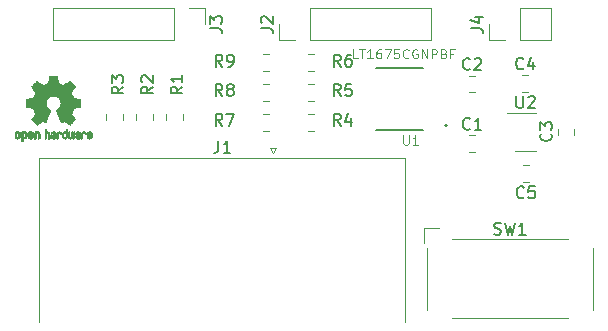
<source format=gbr>
G04 #@! TF.GenerationSoftware,KiCad,Pcbnew,6.0.0-rc1-unknown-r14633-2e907bfa*
G04 #@! TF.CreationDate,2018-12-23T16:51:31-08:00
G04 #@! TF.ProjectId,td-rgb,74642d72-6762-42e6-9b69-6361645f7063,rev?*
G04 #@! TF.SameCoordinates,Original*
G04 #@! TF.FileFunction,Legend,Top*
G04 #@! TF.FilePolarity,Positive*
%FSLAX46Y46*%
G04 Gerber Fmt 4.6, Leading zero omitted, Abs format (unit mm)*
G04 Created by KiCad (PCBNEW 6.0.0-rc1-unknown-r14633-2e907bfa) date Sun 23 Dec 2018 04:51:31 PM PST*
%MOMM*%
%LPD*%
G04 APERTURE LIST*
%ADD10C,0.127000*%
%ADD11C,0.200000*%
%ADD12C,0.120000*%
%ADD13C,0.010000*%
%ADD14C,0.050000*%
%ADD15C,0.150000*%
G04 APERTURE END LIST*
D10*
X151850000Y-95318000D02*
X147870000Y-95318000D01*
X151850000Y-90102000D02*
X147870000Y-90102000D01*
D11*
X153870000Y-94950000D02*
G75*
G03X153870000Y-94950000I-100000J0D01*
G01*
D12*
X157420000Y-87690000D02*
X157420000Y-86360000D01*
X158750000Y-87690000D02*
X157420000Y-87690000D01*
X160020000Y-87690000D02*
X160020000Y-85030000D01*
X160020000Y-85030000D02*
X162620000Y-85030000D01*
X160020000Y-87690000D02*
X162620000Y-87690000D01*
X162620000Y-87690000D02*
X162620000Y-85030000D01*
X159580000Y-97114999D02*
X161380000Y-97114999D01*
X161380000Y-93894999D02*
X158930000Y-93894999D01*
X160786252Y-99710000D02*
X160263748Y-99710000D01*
X160786252Y-98290000D02*
X160263748Y-98290000D01*
X160218748Y-90690000D02*
X160741252Y-90690000D01*
X160218748Y-92110000D02*
X160741252Y-92110000D01*
X163219999Y-95736252D02*
X163219999Y-95213748D01*
X164639999Y-95736252D02*
X164639999Y-95213748D01*
X166182001Y-105330000D02*
X166182001Y-110530000D01*
X152182001Y-110530000D02*
X152182001Y-105330000D01*
X154232001Y-104580000D02*
X164132001Y-104580000D01*
X164132001Y-111280000D02*
X154232001Y-111280000D01*
X151882001Y-104930000D02*
X151882001Y-103630000D01*
X151882001Y-103630000D02*
X153182001Y-103630000D01*
X138782128Y-88930702D02*
X138259624Y-88930702D01*
X138782128Y-90350702D02*
X138259624Y-90350702D01*
X138782128Y-91470702D02*
X138259624Y-91470702D01*
X138782128Y-92890702D02*
X138259624Y-92890702D01*
X138782128Y-94010702D02*
X138259624Y-94010702D01*
X138782128Y-95430702D02*
X138259624Y-95430702D01*
X142069624Y-90350702D02*
X142592128Y-90350702D01*
X142069624Y-88930702D02*
X142592128Y-88930702D01*
X142069624Y-92890702D02*
X142592128Y-92890702D01*
X142069624Y-91470702D02*
X142592128Y-91470702D01*
X142069624Y-95430702D02*
X142592128Y-95430702D01*
X142069624Y-94010702D02*
X142592128Y-94010702D01*
X126440000Y-94486252D02*
X126440000Y-93963748D01*
X125020000Y-94486252D02*
X125020000Y-93963748D01*
X128980000Y-94486252D02*
X128980000Y-93963748D01*
X127560000Y-94486252D02*
X127560000Y-93963748D01*
X131520000Y-94486252D02*
X131520000Y-93963748D01*
X130100000Y-94486252D02*
X130100000Y-93963748D01*
X133330000Y-85030000D02*
X133330000Y-86360000D01*
X132000000Y-85030000D02*
X133330000Y-85030000D01*
X130730000Y-85030000D02*
X130730000Y-87690000D01*
X130730000Y-87690000D02*
X120510000Y-87690000D01*
X130730000Y-85030000D02*
X120510000Y-85030000D01*
X120510000Y-85030000D02*
X120510000Y-87690000D01*
X139640000Y-87690000D02*
X139640000Y-86360000D01*
X140970000Y-87690000D02*
X139640000Y-87690000D01*
X142240000Y-87690000D02*
X142240000Y-85030000D01*
X142240000Y-85030000D02*
X152460000Y-85030000D01*
X142240000Y-87690000D02*
X152460000Y-87690000D01*
X152460000Y-87690000D02*
X152460000Y-85030000D01*
X139147001Y-97267014D02*
X138897001Y-96834001D01*
X139397001Y-96834001D02*
X139147001Y-97267014D01*
X138897001Y-96834001D02*
X139397001Y-96834001D01*
X150317001Y-97728339D02*
X150317001Y-111618339D01*
X119347001Y-97728339D02*
X150317001Y-97728339D01*
X119347001Y-111618339D02*
X119347001Y-97728339D01*
X155703748Y-92150000D02*
X156226252Y-92150000D01*
X155703748Y-90730000D02*
X156226252Y-90730000D01*
X155703748Y-97210000D02*
X156226252Y-97210000D01*
X155703748Y-95790000D02*
X156226252Y-95790000D01*
D13*
G36*
X120603910Y-90742348D02*
G01*
X120682454Y-90742778D01*
X120739298Y-90743942D01*
X120778105Y-90746207D01*
X120802538Y-90749940D01*
X120816262Y-90755506D01*
X120822940Y-90763273D01*
X120826236Y-90773605D01*
X120826556Y-90774943D01*
X120831562Y-90799079D01*
X120840829Y-90846701D01*
X120853392Y-90912741D01*
X120868287Y-90992128D01*
X120884551Y-91079796D01*
X120885119Y-91082875D01*
X120901410Y-91168789D01*
X120916652Y-91244696D01*
X120929861Y-91306045D01*
X120940054Y-91348282D01*
X120946248Y-91366855D01*
X120946543Y-91367184D01*
X120964788Y-91376253D01*
X121002405Y-91391367D01*
X121051271Y-91409262D01*
X121051543Y-91409358D01*
X121113093Y-91432493D01*
X121185657Y-91461965D01*
X121254057Y-91491597D01*
X121257294Y-91493062D01*
X121368702Y-91543626D01*
X121615399Y-91375160D01*
X121691077Y-91323803D01*
X121759631Y-91277889D01*
X121817088Y-91240030D01*
X121859476Y-91212837D01*
X121882825Y-91198921D01*
X121885042Y-91197889D01*
X121902010Y-91202484D01*
X121933701Y-91224655D01*
X121981352Y-91265447D01*
X122046198Y-91325905D01*
X122112397Y-91390227D01*
X122176214Y-91453612D01*
X122233329Y-91511451D01*
X122280305Y-91560175D01*
X122313703Y-91596210D01*
X122330085Y-91615984D01*
X122330694Y-91617002D01*
X122332505Y-91630572D01*
X122325683Y-91652733D01*
X122308540Y-91686478D01*
X122279393Y-91734800D01*
X122236555Y-91800692D01*
X122179448Y-91885517D01*
X122128766Y-91960177D01*
X122083461Y-92027140D01*
X122046150Y-92082516D01*
X122019452Y-92122420D01*
X122005985Y-92142962D01*
X122005137Y-92144356D01*
X122006781Y-92164038D01*
X122019245Y-92202293D01*
X122040048Y-92251889D01*
X122047462Y-92267728D01*
X122079814Y-92338290D01*
X122114328Y-92418353D01*
X122142365Y-92487629D01*
X122162568Y-92539045D01*
X122178615Y-92578119D01*
X122187888Y-92598541D01*
X122189041Y-92600114D01*
X122206096Y-92602721D01*
X122246298Y-92609863D01*
X122304302Y-92620523D01*
X122374763Y-92633685D01*
X122452335Y-92648333D01*
X122531672Y-92663449D01*
X122607431Y-92678018D01*
X122674264Y-92691022D01*
X122726828Y-92701445D01*
X122759776Y-92708270D01*
X122767857Y-92710199D01*
X122776205Y-92714962D01*
X122782506Y-92725718D01*
X122787045Y-92746098D01*
X122790104Y-92779734D01*
X122791967Y-92830255D01*
X122792918Y-92901292D01*
X122793240Y-92996476D01*
X122793257Y-93035492D01*
X122793257Y-93352799D01*
X122717057Y-93367839D01*
X122674663Y-93375995D01*
X122611400Y-93387899D01*
X122534962Y-93402116D01*
X122453043Y-93417210D01*
X122430400Y-93421355D01*
X122354806Y-93436053D01*
X122288953Y-93450505D01*
X122238366Y-93463375D01*
X122208574Y-93473322D01*
X122203612Y-93476287D01*
X122191426Y-93497283D01*
X122173953Y-93537967D01*
X122154577Y-93590322D01*
X122150734Y-93601600D01*
X122125339Y-93671523D01*
X122093817Y-93750418D01*
X122062969Y-93821266D01*
X122062817Y-93821595D01*
X122011447Y-93932733D01*
X122180399Y-94181253D01*
X122349352Y-94429772D01*
X122132429Y-94647058D01*
X122066819Y-94711726D01*
X122006979Y-94768733D01*
X121956267Y-94815033D01*
X121918046Y-94847584D01*
X121895675Y-94863343D01*
X121892466Y-94864343D01*
X121873626Y-94856469D01*
X121835180Y-94834578D01*
X121781330Y-94801267D01*
X121716276Y-94759131D01*
X121645940Y-94711943D01*
X121574555Y-94663810D01*
X121510908Y-94621928D01*
X121459041Y-94588871D01*
X121422995Y-94567218D01*
X121406867Y-94559543D01*
X121387189Y-94566037D01*
X121349875Y-94583150D01*
X121302621Y-94607326D01*
X121297612Y-94610013D01*
X121233977Y-94641927D01*
X121190341Y-94657579D01*
X121163202Y-94657745D01*
X121149057Y-94643204D01*
X121148975Y-94643000D01*
X121141905Y-94625779D01*
X121125042Y-94584899D01*
X121099695Y-94523525D01*
X121067171Y-94444819D01*
X121028778Y-94351947D01*
X120985822Y-94248072D01*
X120944222Y-94147502D01*
X120898504Y-94036516D01*
X120856526Y-93933703D01*
X120819548Y-93842215D01*
X120788827Y-93765201D01*
X120765622Y-93705815D01*
X120751190Y-93667209D01*
X120746743Y-93652800D01*
X120757896Y-93636272D01*
X120787069Y-93609930D01*
X120825971Y-93580887D01*
X120936757Y-93489039D01*
X121023351Y-93383759D01*
X121084716Y-93267266D01*
X121119815Y-93141776D01*
X121127608Y-93009507D01*
X121121943Y-92948457D01*
X121091078Y-92821795D01*
X121037920Y-92709941D01*
X120965767Y-92614001D01*
X120877917Y-92535076D01*
X120777665Y-92474270D01*
X120668310Y-92432687D01*
X120553147Y-92411428D01*
X120435475Y-92411599D01*
X120318590Y-92434301D01*
X120205789Y-92480638D01*
X120100369Y-92551713D01*
X120056368Y-92591911D01*
X119971979Y-92695129D01*
X119913222Y-92807925D01*
X119879704Y-92927010D01*
X119871035Y-93049095D01*
X119886823Y-93170893D01*
X119926678Y-93289116D01*
X119990207Y-93400475D01*
X120077021Y-93501684D01*
X120174029Y-93580887D01*
X120214437Y-93611162D01*
X120242982Y-93637219D01*
X120253257Y-93652825D01*
X120247877Y-93669843D01*
X120232575Y-93710500D01*
X120208612Y-93771642D01*
X120177244Y-93850119D01*
X120139732Y-93942780D01*
X120097333Y-94046472D01*
X120055663Y-94147526D01*
X120009690Y-94258607D01*
X119967107Y-94361541D01*
X119929221Y-94453165D01*
X119897340Y-94530316D01*
X119872771Y-94589831D01*
X119856820Y-94628544D01*
X119850910Y-94643000D01*
X119836948Y-94657685D01*
X119809940Y-94657642D01*
X119766413Y-94642099D01*
X119702890Y-94610284D01*
X119702388Y-94610013D01*
X119654560Y-94585323D01*
X119615897Y-94567338D01*
X119594095Y-94559614D01*
X119593133Y-94559543D01*
X119576721Y-94567378D01*
X119540487Y-94589165D01*
X119488474Y-94622328D01*
X119424725Y-94664291D01*
X119354060Y-94711943D01*
X119282116Y-94760191D01*
X119217274Y-94802151D01*
X119163735Y-94835227D01*
X119125697Y-94856821D01*
X119107533Y-94864343D01*
X119090808Y-94854457D01*
X119057180Y-94826826D01*
X119010010Y-94784495D01*
X118952658Y-94730505D01*
X118888484Y-94667899D01*
X118867497Y-94646983D01*
X118650499Y-94429623D01*
X118815668Y-94187220D01*
X118865864Y-94112781D01*
X118909919Y-94045972D01*
X118945362Y-93990665D01*
X118969719Y-93950729D01*
X118980522Y-93930036D01*
X118980838Y-93928563D01*
X118975143Y-93909058D01*
X118959826Y-93869822D01*
X118937537Y-93817430D01*
X118921893Y-93782355D01*
X118892641Y-93715201D01*
X118865094Y-93647358D01*
X118843737Y-93590034D01*
X118837935Y-93572572D01*
X118821452Y-93525938D01*
X118805340Y-93489905D01*
X118796490Y-93476287D01*
X118776960Y-93467952D01*
X118734334Y-93456137D01*
X118674145Y-93442181D01*
X118601922Y-93427422D01*
X118569600Y-93421355D01*
X118487522Y-93406273D01*
X118408795Y-93391669D01*
X118341109Y-93378980D01*
X118292160Y-93369642D01*
X118282943Y-93367839D01*
X118206743Y-93352799D01*
X118206743Y-93035492D01*
X118206914Y-92931154D01*
X118207616Y-92852213D01*
X118209134Y-92795038D01*
X118211749Y-92755999D01*
X118215746Y-92731465D01*
X118221409Y-92717805D01*
X118229020Y-92711389D01*
X118232143Y-92710199D01*
X118250978Y-92705980D01*
X118292588Y-92697562D01*
X118351630Y-92685961D01*
X118422757Y-92672195D01*
X118500625Y-92657280D01*
X118579887Y-92642232D01*
X118655198Y-92628069D01*
X118721213Y-92615806D01*
X118772587Y-92606461D01*
X118803975Y-92601050D01*
X118810959Y-92600114D01*
X118817285Y-92587596D01*
X118831290Y-92554246D01*
X118850355Y-92506377D01*
X118857634Y-92487629D01*
X118886996Y-92415195D01*
X118921571Y-92335170D01*
X118952537Y-92267728D01*
X118975323Y-92216159D01*
X118990482Y-92173785D01*
X118995542Y-92147834D01*
X118994736Y-92144356D01*
X118984041Y-92127936D01*
X118959620Y-92091417D01*
X118924095Y-92038687D01*
X118880087Y-91973635D01*
X118830217Y-91900151D01*
X118820356Y-91885645D01*
X118762492Y-91799704D01*
X118719956Y-91734261D01*
X118691054Y-91686304D01*
X118674090Y-91652820D01*
X118667367Y-91630795D01*
X118669190Y-91617217D01*
X118669236Y-91617131D01*
X118683586Y-91599297D01*
X118715323Y-91564817D01*
X118761010Y-91517268D01*
X118817204Y-91460222D01*
X118880468Y-91397255D01*
X118887602Y-91390227D01*
X118967330Y-91313020D01*
X119028857Y-91256330D01*
X119073421Y-91219110D01*
X119102257Y-91200315D01*
X119114958Y-91197889D01*
X119133494Y-91208471D01*
X119171961Y-91232916D01*
X119226386Y-91268612D01*
X119292798Y-91312947D01*
X119367225Y-91363311D01*
X119384601Y-91375160D01*
X119631297Y-91543626D01*
X119742706Y-91493062D01*
X119810457Y-91463595D01*
X119883183Y-91433959D01*
X119945703Y-91410330D01*
X119948457Y-91409358D01*
X119997360Y-91391457D01*
X120035057Y-91376320D01*
X120053425Y-91367210D01*
X120053456Y-91367184D01*
X120059285Y-91350717D01*
X120069192Y-91310219D01*
X120082195Y-91250242D01*
X120097309Y-91175340D01*
X120113552Y-91090064D01*
X120114881Y-91082875D01*
X120131175Y-90995014D01*
X120146133Y-90915260D01*
X120158791Y-90848681D01*
X120168186Y-90800347D01*
X120173354Y-90775325D01*
X120173444Y-90774943D01*
X120176589Y-90764299D01*
X120182704Y-90756262D01*
X120195453Y-90750467D01*
X120218500Y-90746547D01*
X120255509Y-90744135D01*
X120310144Y-90742865D01*
X120386067Y-90742371D01*
X120486944Y-90742286D01*
X120500000Y-90742286D01*
X120603910Y-90742348D01*
X120603910Y-90742348D01*
G37*
X120603910Y-90742348D02*
X120682454Y-90742778D01*
X120739298Y-90743942D01*
X120778105Y-90746207D01*
X120802538Y-90749940D01*
X120816262Y-90755506D01*
X120822940Y-90763273D01*
X120826236Y-90773605D01*
X120826556Y-90774943D01*
X120831562Y-90799079D01*
X120840829Y-90846701D01*
X120853392Y-90912741D01*
X120868287Y-90992128D01*
X120884551Y-91079796D01*
X120885119Y-91082875D01*
X120901410Y-91168789D01*
X120916652Y-91244696D01*
X120929861Y-91306045D01*
X120940054Y-91348282D01*
X120946248Y-91366855D01*
X120946543Y-91367184D01*
X120964788Y-91376253D01*
X121002405Y-91391367D01*
X121051271Y-91409262D01*
X121051543Y-91409358D01*
X121113093Y-91432493D01*
X121185657Y-91461965D01*
X121254057Y-91491597D01*
X121257294Y-91493062D01*
X121368702Y-91543626D01*
X121615399Y-91375160D01*
X121691077Y-91323803D01*
X121759631Y-91277889D01*
X121817088Y-91240030D01*
X121859476Y-91212837D01*
X121882825Y-91198921D01*
X121885042Y-91197889D01*
X121902010Y-91202484D01*
X121933701Y-91224655D01*
X121981352Y-91265447D01*
X122046198Y-91325905D01*
X122112397Y-91390227D01*
X122176214Y-91453612D01*
X122233329Y-91511451D01*
X122280305Y-91560175D01*
X122313703Y-91596210D01*
X122330085Y-91615984D01*
X122330694Y-91617002D01*
X122332505Y-91630572D01*
X122325683Y-91652733D01*
X122308540Y-91686478D01*
X122279393Y-91734800D01*
X122236555Y-91800692D01*
X122179448Y-91885517D01*
X122128766Y-91960177D01*
X122083461Y-92027140D01*
X122046150Y-92082516D01*
X122019452Y-92122420D01*
X122005985Y-92142962D01*
X122005137Y-92144356D01*
X122006781Y-92164038D01*
X122019245Y-92202293D01*
X122040048Y-92251889D01*
X122047462Y-92267728D01*
X122079814Y-92338290D01*
X122114328Y-92418353D01*
X122142365Y-92487629D01*
X122162568Y-92539045D01*
X122178615Y-92578119D01*
X122187888Y-92598541D01*
X122189041Y-92600114D01*
X122206096Y-92602721D01*
X122246298Y-92609863D01*
X122304302Y-92620523D01*
X122374763Y-92633685D01*
X122452335Y-92648333D01*
X122531672Y-92663449D01*
X122607431Y-92678018D01*
X122674264Y-92691022D01*
X122726828Y-92701445D01*
X122759776Y-92708270D01*
X122767857Y-92710199D01*
X122776205Y-92714962D01*
X122782506Y-92725718D01*
X122787045Y-92746098D01*
X122790104Y-92779734D01*
X122791967Y-92830255D01*
X122792918Y-92901292D01*
X122793240Y-92996476D01*
X122793257Y-93035492D01*
X122793257Y-93352799D01*
X122717057Y-93367839D01*
X122674663Y-93375995D01*
X122611400Y-93387899D01*
X122534962Y-93402116D01*
X122453043Y-93417210D01*
X122430400Y-93421355D01*
X122354806Y-93436053D01*
X122288953Y-93450505D01*
X122238366Y-93463375D01*
X122208574Y-93473322D01*
X122203612Y-93476287D01*
X122191426Y-93497283D01*
X122173953Y-93537967D01*
X122154577Y-93590322D01*
X122150734Y-93601600D01*
X122125339Y-93671523D01*
X122093817Y-93750418D01*
X122062969Y-93821266D01*
X122062817Y-93821595D01*
X122011447Y-93932733D01*
X122180399Y-94181253D01*
X122349352Y-94429772D01*
X122132429Y-94647058D01*
X122066819Y-94711726D01*
X122006979Y-94768733D01*
X121956267Y-94815033D01*
X121918046Y-94847584D01*
X121895675Y-94863343D01*
X121892466Y-94864343D01*
X121873626Y-94856469D01*
X121835180Y-94834578D01*
X121781330Y-94801267D01*
X121716276Y-94759131D01*
X121645940Y-94711943D01*
X121574555Y-94663810D01*
X121510908Y-94621928D01*
X121459041Y-94588871D01*
X121422995Y-94567218D01*
X121406867Y-94559543D01*
X121387189Y-94566037D01*
X121349875Y-94583150D01*
X121302621Y-94607326D01*
X121297612Y-94610013D01*
X121233977Y-94641927D01*
X121190341Y-94657579D01*
X121163202Y-94657745D01*
X121149057Y-94643204D01*
X121148975Y-94643000D01*
X121141905Y-94625779D01*
X121125042Y-94584899D01*
X121099695Y-94523525D01*
X121067171Y-94444819D01*
X121028778Y-94351947D01*
X120985822Y-94248072D01*
X120944222Y-94147502D01*
X120898504Y-94036516D01*
X120856526Y-93933703D01*
X120819548Y-93842215D01*
X120788827Y-93765201D01*
X120765622Y-93705815D01*
X120751190Y-93667209D01*
X120746743Y-93652800D01*
X120757896Y-93636272D01*
X120787069Y-93609930D01*
X120825971Y-93580887D01*
X120936757Y-93489039D01*
X121023351Y-93383759D01*
X121084716Y-93267266D01*
X121119815Y-93141776D01*
X121127608Y-93009507D01*
X121121943Y-92948457D01*
X121091078Y-92821795D01*
X121037920Y-92709941D01*
X120965767Y-92614001D01*
X120877917Y-92535076D01*
X120777665Y-92474270D01*
X120668310Y-92432687D01*
X120553147Y-92411428D01*
X120435475Y-92411599D01*
X120318590Y-92434301D01*
X120205789Y-92480638D01*
X120100369Y-92551713D01*
X120056368Y-92591911D01*
X119971979Y-92695129D01*
X119913222Y-92807925D01*
X119879704Y-92927010D01*
X119871035Y-93049095D01*
X119886823Y-93170893D01*
X119926678Y-93289116D01*
X119990207Y-93400475D01*
X120077021Y-93501684D01*
X120174029Y-93580887D01*
X120214437Y-93611162D01*
X120242982Y-93637219D01*
X120253257Y-93652825D01*
X120247877Y-93669843D01*
X120232575Y-93710500D01*
X120208612Y-93771642D01*
X120177244Y-93850119D01*
X120139732Y-93942780D01*
X120097333Y-94046472D01*
X120055663Y-94147526D01*
X120009690Y-94258607D01*
X119967107Y-94361541D01*
X119929221Y-94453165D01*
X119897340Y-94530316D01*
X119872771Y-94589831D01*
X119856820Y-94628544D01*
X119850910Y-94643000D01*
X119836948Y-94657685D01*
X119809940Y-94657642D01*
X119766413Y-94642099D01*
X119702890Y-94610284D01*
X119702388Y-94610013D01*
X119654560Y-94585323D01*
X119615897Y-94567338D01*
X119594095Y-94559614D01*
X119593133Y-94559543D01*
X119576721Y-94567378D01*
X119540487Y-94589165D01*
X119488474Y-94622328D01*
X119424725Y-94664291D01*
X119354060Y-94711943D01*
X119282116Y-94760191D01*
X119217274Y-94802151D01*
X119163735Y-94835227D01*
X119125697Y-94856821D01*
X119107533Y-94864343D01*
X119090808Y-94854457D01*
X119057180Y-94826826D01*
X119010010Y-94784495D01*
X118952658Y-94730505D01*
X118888484Y-94667899D01*
X118867497Y-94646983D01*
X118650499Y-94429623D01*
X118815668Y-94187220D01*
X118865864Y-94112781D01*
X118909919Y-94045972D01*
X118945362Y-93990665D01*
X118969719Y-93950729D01*
X118980522Y-93930036D01*
X118980838Y-93928563D01*
X118975143Y-93909058D01*
X118959826Y-93869822D01*
X118937537Y-93817430D01*
X118921893Y-93782355D01*
X118892641Y-93715201D01*
X118865094Y-93647358D01*
X118843737Y-93590034D01*
X118837935Y-93572572D01*
X118821452Y-93525938D01*
X118805340Y-93489905D01*
X118796490Y-93476287D01*
X118776960Y-93467952D01*
X118734334Y-93456137D01*
X118674145Y-93442181D01*
X118601922Y-93427422D01*
X118569600Y-93421355D01*
X118487522Y-93406273D01*
X118408795Y-93391669D01*
X118341109Y-93378980D01*
X118292160Y-93369642D01*
X118282943Y-93367839D01*
X118206743Y-93352799D01*
X118206743Y-93035492D01*
X118206914Y-92931154D01*
X118207616Y-92852213D01*
X118209134Y-92795038D01*
X118211749Y-92755999D01*
X118215746Y-92731465D01*
X118221409Y-92717805D01*
X118229020Y-92711389D01*
X118232143Y-92710199D01*
X118250978Y-92705980D01*
X118292588Y-92697562D01*
X118351630Y-92685961D01*
X118422757Y-92672195D01*
X118500625Y-92657280D01*
X118579887Y-92642232D01*
X118655198Y-92628069D01*
X118721213Y-92615806D01*
X118772587Y-92606461D01*
X118803975Y-92601050D01*
X118810959Y-92600114D01*
X118817285Y-92587596D01*
X118831290Y-92554246D01*
X118850355Y-92506377D01*
X118857634Y-92487629D01*
X118886996Y-92415195D01*
X118921571Y-92335170D01*
X118952537Y-92267728D01*
X118975323Y-92216159D01*
X118990482Y-92173785D01*
X118995542Y-92147834D01*
X118994736Y-92144356D01*
X118984041Y-92127936D01*
X118959620Y-92091417D01*
X118924095Y-92038687D01*
X118880087Y-91973635D01*
X118830217Y-91900151D01*
X118820356Y-91885645D01*
X118762492Y-91799704D01*
X118719956Y-91734261D01*
X118691054Y-91686304D01*
X118674090Y-91652820D01*
X118667367Y-91630795D01*
X118669190Y-91617217D01*
X118669236Y-91617131D01*
X118683586Y-91599297D01*
X118715323Y-91564817D01*
X118761010Y-91517268D01*
X118817204Y-91460222D01*
X118880468Y-91397255D01*
X118887602Y-91390227D01*
X118967330Y-91313020D01*
X119028857Y-91256330D01*
X119073421Y-91219110D01*
X119102257Y-91200315D01*
X119114958Y-91197889D01*
X119133494Y-91208471D01*
X119171961Y-91232916D01*
X119226386Y-91268612D01*
X119292798Y-91312947D01*
X119367225Y-91363311D01*
X119384601Y-91375160D01*
X119631297Y-91543626D01*
X119742706Y-91493062D01*
X119810457Y-91463595D01*
X119883183Y-91433959D01*
X119945703Y-91410330D01*
X119948457Y-91409358D01*
X119997360Y-91391457D01*
X120035057Y-91376320D01*
X120053425Y-91367210D01*
X120053456Y-91367184D01*
X120059285Y-91350717D01*
X120069192Y-91310219D01*
X120082195Y-91250242D01*
X120097309Y-91175340D01*
X120113552Y-91090064D01*
X120114881Y-91082875D01*
X120131175Y-90995014D01*
X120146133Y-90915260D01*
X120158791Y-90848681D01*
X120168186Y-90800347D01*
X120173354Y-90775325D01*
X120173444Y-90774943D01*
X120176589Y-90764299D01*
X120182704Y-90756262D01*
X120195453Y-90750467D01*
X120218500Y-90746547D01*
X120255509Y-90744135D01*
X120310144Y-90742865D01*
X120386067Y-90742371D01*
X120486944Y-90742286D01*
X120500000Y-90742286D01*
X120603910Y-90742348D01*
G36*
X123653595Y-95466966D02*
G01*
X123711021Y-95504497D01*
X123738719Y-95538096D01*
X123760662Y-95599064D01*
X123762405Y-95647308D01*
X123758457Y-95711816D01*
X123609686Y-95776934D01*
X123537349Y-95810202D01*
X123490084Y-95836964D01*
X123465507Y-95860144D01*
X123461237Y-95882667D01*
X123474889Y-95907455D01*
X123489943Y-95923886D01*
X123533746Y-95950235D01*
X123581389Y-95952081D01*
X123625145Y-95931546D01*
X123657289Y-95890752D01*
X123663038Y-95876347D01*
X123690576Y-95831356D01*
X123722258Y-95812182D01*
X123765714Y-95795779D01*
X123765714Y-95857966D01*
X123761872Y-95900283D01*
X123746823Y-95935969D01*
X123715280Y-95976943D01*
X123710592Y-95982267D01*
X123675506Y-96018720D01*
X123645347Y-96038283D01*
X123607615Y-96047283D01*
X123576335Y-96050230D01*
X123520385Y-96050965D01*
X123480555Y-96041660D01*
X123455708Y-96027846D01*
X123416656Y-95997467D01*
X123389625Y-95964613D01*
X123372517Y-95923294D01*
X123363238Y-95867521D01*
X123359693Y-95791305D01*
X123359410Y-95752622D01*
X123360372Y-95706247D01*
X123448007Y-95706247D01*
X123449023Y-95731126D01*
X123451556Y-95735200D01*
X123468274Y-95729665D01*
X123504249Y-95715017D01*
X123552331Y-95694190D01*
X123562386Y-95689714D01*
X123623152Y-95658814D01*
X123656632Y-95631657D01*
X123663990Y-95606220D01*
X123646391Y-95580481D01*
X123631856Y-95569109D01*
X123579410Y-95546364D01*
X123530322Y-95550122D01*
X123489227Y-95577884D01*
X123460758Y-95627152D01*
X123451631Y-95666257D01*
X123448007Y-95706247D01*
X123360372Y-95706247D01*
X123361285Y-95662249D01*
X123368196Y-95595384D01*
X123381884Y-95546695D01*
X123404096Y-95510849D01*
X123436574Y-95482513D01*
X123450733Y-95473355D01*
X123515053Y-95449507D01*
X123585473Y-95448006D01*
X123653595Y-95466966D01*
X123653595Y-95466966D01*
G37*
X123653595Y-95466966D02*
X123711021Y-95504497D01*
X123738719Y-95538096D01*
X123760662Y-95599064D01*
X123762405Y-95647308D01*
X123758457Y-95711816D01*
X123609686Y-95776934D01*
X123537349Y-95810202D01*
X123490084Y-95836964D01*
X123465507Y-95860144D01*
X123461237Y-95882667D01*
X123474889Y-95907455D01*
X123489943Y-95923886D01*
X123533746Y-95950235D01*
X123581389Y-95952081D01*
X123625145Y-95931546D01*
X123657289Y-95890752D01*
X123663038Y-95876347D01*
X123690576Y-95831356D01*
X123722258Y-95812182D01*
X123765714Y-95795779D01*
X123765714Y-95857966D01*
X123761872Y-95900283D01*
X123746823Y-95935969D01*
X123715280Y-95976943D01*
X123710592Y-95982267D01*
X123675506Y-96018720D01*
X123645347Y-96038283D01*
X123607615Y-96047283D01*
X123576335Y-96050230D01*
X123520385Y-96050965D01*
X123480555Y-96041660D01*
X123455708Y-96027846D01*
X123416656Y-95997467D01*
X123389625Y-95964613D01*
X123372517Y-95923294D01*
X123363238Y-95867521D01*
X123359693Y-95791305D01*
X123359410Y-95752622D01*
X123360372Y-95706247D01*
X123448007Y-95706247D01*
X123449023Y-95731126D01*
X123451556Y-95735200D01*
X123468274Y-95729665D01*
X123504249Y-95715017D01*
X123552331Y-95694190D01*
X123562386Y-95689714D01*
X123623152Y-95658814D01*
X123656632Y-95631657D01*
X123663990Y-95606220D01*
X123646391Y-95580481D01*
X123631856Y-95569109D01*
X123579410Y-95546364D01*
X123530322Y-95550122D01*
X123489227Y-95577884D01*
X123460758Y-95627152D01*
X123451631Y-95666257D01*
X123448007Y-95706247D01*
X123360372Y-95706247D01*
X123361285Y-95662249D01*
X123368196Y-95595384D01*
X123381884Y-95546695D01*
X123404096Y-95510849D01*
X123436574Y-95482513D01*
X123450733Y-95473355D01*
X123515053Y-95449507D01*
X123585473Y-95448006D01*
X123653595Y-95466966D01*
G36*
X123152600Y-95458752D02*
G01*
X123169948Y-95466334D01*
X123211356Y-95499128D01*
X123246765Y-95546547D01*
X123268664Y-95597151D01*
X123272229Y-95622098D01*
X123260279Y-95656927D01*
X123234067Y-95675357D01*
X123205964Y-95686516D01*
X123193095Y-95688572D01*
X123186829Y-95673649D01*
X123174456Y-95641175D01*
X123169028Y-95626502D01*
X123138590Y-95575744D01*
X123094520Y-95550427D01*
X123038010Y-95551206D01*
X123033825Y-95552203D01*
X123003655Y-95566507D01*
X122981476Y-95594393D01*
X122966327Y-95639287D01*
X122957250Y-95704615D01*
X122953286Y-95793804D01*
X122952914Y-95841261D01*
X122952730Y-95916071D01*
X122951522Y-95967069D01*
X122948309Y-95999471D01*
X122942109Y-96018495D01*
X122931940Y-96029356D01*
X122916819Y-96037272D01*
X122915946Y-96037670D01*
X122886828Y-96049981D01*
X122872403Y-96054514D01*
X122870186Y-96040809D01*
X122868289Y-96002925D01*
X122866847Y-95945715D01*
X122865998Y-95874027D01*
X122865829Y-95821565D01*
X122866692Y-95720047D01*
X122870070Y-95643032D01*
X122877142Y-95586023D01*
X122889088Y-95544526D01*
X122907090Y-95514043D01*
X122932327Y-95490080D01*
X122957247Y-95473355D01*
X123017171Y-95451097D01*
X123086911Y-95446076D01*
X123152600Y-95458752D01*
X123152600Y-95458752D01*
G37*
X123152600Y-95458752D02*
X123169948Y-95466334D01*
X123211356Y-95499128D01*
X123246765Y-95546547D01*
X123268664Y-95597151D01*
X123272229Y-95622098D01*
X123260279Y-95656927D01*
X123234067Y-95675357D01*
X123205964Y-95686516D01*
X123193095Y-95688572D01*
X123186829Y-95673649D01*
X123174456Y-95641175D01*
X123169028Y-95626502D01*
X123138590Y-95575744D01*
X123094520Y-95550427D01*
X123038010Y-95551206D01*
X123033825Y-95552203D01*
X123003655Y-95566507D01*
X122981476Y-95594393D01*
X122966327Y-95639287D01*
X122957250Y-95704615D01*
X122953286Y-95793804D01*
X122952914Y-95841261D01*
X122952730Y-95916071D01*
X122951522Y-95967069D01*
X122948309Y-95999471D01*
X122942109Y-96018495D01*
X122931940Y-96029356D01*
X122916819Y-96037272D01*
X122915946Y-96037670D01*
X122886828Y-96049981D01*
X122872403Y-96054514D01*
X122870186Y-96040809D01*
X122868289Y-96002925D01*
X122866847Y-95945715D01*
X122865998Y-95874027D01*
X122865829Y-95821565D01*
X122866692Y-95720047D01*
X122870070Y-95643032D01*
X122877142Y-95586023D01*
X122889088Y-95544526D01*
X122907090Y-95514043D01*
X122932327Y-95490080D01*
X122957247Y-95473355D01*
X123017171Y-95451097D01*
X123086911Y-95446076D01*
X123152600Y-95458752D01*
G36*
X122644876Y-95456335D02*
G01*
X122686667Y-95475344D01*
X122719469Y-95498378D01*
X122743503Y-95524133D01*
X122760097Y-95557358D01*
X122770577Y-95602800D01*
X122776271Y-95665207D01*
X122778507Y-95749327D01*
X122778743Y-95804721D01*
X122778743Y-96020826D01*
X122741774Y-96037670D01*
X122712656Y-96049981D01*
X122698231Y-96054514D01*
X122695472Y-96041025D01*
X122693282Y-96004653D01*
X122691942Y-95951542D01*
X122691657Y-95909372D01*
X122690434Y-95848447D01*
X122687136Y-95800115D01*
X122682321Y-95770518D01*
X122678496Y-95764229D01*
X122652783Y-95770652D01*
X122612418Y-95787125D01*
X122565679Y-95809458D01*
X122520845Y-95833457D01*
X122486193Y-95854930D01*
X122470002Y-95869685D01*
X122469938Y-95869845D01*
X122471330Y-95897152D01*
X122483818Y-95923219D01*
X122505743Y-95944392D01*
X122537743Y-95951474D01*
X122565092Y-95950649D01*
X122603826Y-95950042D01*
X122624158Y-95959116D01*
X122636369Y-95983092D01*
X122637909Y-95987613D01*
X122643203Y-96021806D01*
X122629047Y-96042568D01*
X122592148Y-96052462D01*
X122552289Y-96054292D01*
X122480562Y-96040727D01*
X122443432Y-96021355D01*
X122397576Y-95975845D01*
X122373256Y-95919983D01*
X122371073Y-95860957D01*
X122391629Y-95805953D01*
X122422549Y-95771486D01*
X122453420Y-95752189D01*
X122501942Y-95727759D01*
X122558485Y-95702985D01*
X122567910Y-95699199D01*
X122630019Y-95671791D01*
X122665822Y-95647634D01*
X122677337Y-95623619D01*
X122666580Y-95596635D01*
X122648114Y-95575543D01*
X122604469Y-95549572D01*
X122556446Y-95547624D01*
X122512406Y-95567637D01*
X122480709Y-95607551D01*
X122476549Y-95617848D01*
X122452327Y-95655724D01*
X122416965Y-95683842D01*
X122372343Y-95706917D01*
X122372343Y-95641485D01*
X122374969Y-95601506D01*
X122386230Y-95569997D01*
X122411199Y-95536378D01*
X122435169Y-95510484D01*
X122472441Y-95473817D01*
X122501401Y-95454121D01*
X122532505Y-95446220D01*
X122567713Y-95444914D01*
X122644876Y-95456335D01*
X122644876Y-95456335D01*
G37*
X122644876Y-95456335D02*
X122686667Y-95475344D01*
X122719469Y-95498378D01*
X122743503Y-95524133D01*
X122760097Y-95557358D01*
X122770577Y-95602800D01*
X122776271Y-95665207D01*
X122778507Y-95749327D01*
X122778743Y-95804721D01*
X122778743Y-96020826D01*
X122741774Y-96037670D01*
X122712656Y-96049981D01*
X122698231Y-96054514D01*
X122695472Y-96041025D01*
X122693282Y-96004653D01*
X122691942Y-95951542D01*
X122691657Y-95909372D01*
X122690434Y-95848447D01*
X122687136Y-95800115D01*
X122682321Y-95770518D01*
X122678496Y-95764229D01*
X122652783Y-95770652D01*
X122612418Y-95787125D01*
X122565679Y-95809458D01*
X122520845Y-95833457D01*
X122486193Y-95854930D01*
X122470002Y-95869685D01*
X122469938Y-95869845D01*
X122471330Y-95897152D01*
X122483818Y-95923219D01*
X122505743Y-95944392D01*
X122537743Y-95951474D01*
X122565092Y-95950649D01*
X122603826Y-95950042D01*
X122624158Y-95959116D01*
X122636369Y-95983092D01*
X122637909Y-95987613D01*
X122643203Y-96021806D01*
X122629047Y-96042568D01*
X122592148Y-96052462D01*
X122552289Y-96054292D01*
X122480562Y-96040727D01*
X122443432Y-96021355D01*
X122397576Y-95975845D01*
X122373256Y-95919983D01*
X122371073Y-95860957D01*
X122391629Y-95805953D01*
X122422549Y-95771486D01*
X122453420Y-95752189D01*
X122501942Y-95727759D01*
X122558485Y-95702985D01*
X122567910Y-95699199D01*
X122630019Y-95671791D01*
X122665822Y-95647634D01*
X122677337Y-95623619D01*
X122666580Y-95596635D01*
X122648114Y-95575543D01*
X122604469Y-95549572D01*
X122556446Y-95547624D01*
X122512406Y-95567637D01*
X122480709Y-95607551D01*
X122476549Y-95617848D01*
X122452327Y-95655724D01*
X122416965Y-95683842D01*
X122372343Y-95706917D01*
X122372343Y-95641485D01*
X122374969Y-95601506D01*
X122386230Y-95569997D01*
X122411199Y-95536378D01*
X122435169Y-95510484D01*
X122472441Y-95473817D01*
X122501401Y-95454121D01*
X122532505Y-95446220D01*
X122567713Y-95444914D01*
X122644876Y-95456335D01*
G36*
X122279833Y-95458663D02*
G01*
X122282048Y-95496850D01*
X122283784Y-95554886D01*
X122284899Y-95628180D01*
X122285257Y-95705055D01*
X122285257Y-95965196D01*
X122239326Y-96011127D01*
X122207675Y-96039429D01*
X122179890Y-96050893D01*
X122141915Y-96050168D01*
X122126840Y-96048321D01*
X122079726Y-96042948D01*
X122040756Y-96039869D01*
X122031257Y-96039585D01*
X121999233Y-96041445D01*
X121953432Y-96046114D01*
X121935674Y-96048321D01*
X121892057Y-96051735D01*
X121862745Y-96044320D01*
X121833680Y-96021427D01*
X121823188Y-96011127D01*
X121777257Y-95965196D01*
X121777257Y-95478602D01*
X121814226Y-95461758D01*
X121846059Y-95449282D01*
X121864683Y-95444914D01*
X121869458Y-95458718D01*
X121873921Y-95497286D01*
X121877775Y-95556356D01*
X121880722Y-95631663D01*
X121882143Y-95695286D01*
X121886114Y-95945657D01*
X121920759Y-95950556D01*
X121952268Y-95947131D01*
X121967708Y-95936041D01*
X121972023Y-95915308D01*
X121975708Y-95871145D01*
X121978469Y-95809146D01*
X121980012Y-95734909D01*
X121980235Y-95696706D01*
X121980457Y-95476783D01*
X122026166Y-95460849D01*
X122058518Y-95450015D01*
X122076115Y-95444962D01*
X122076623Y-95444914D01*
X122078388Y-95458648D01*
X122080329Y-95496730D01*
X122082282Y-95554482D01*
X122084084Y-95627227D01*
X122085343Y-95695286D01*
X122089314Y-95945657D01*
X122176400Y-95945657D01*
X122180396Y-95717240D01*
X122184392Y-95488822D01*
X122226847Y-95466868D01*
X122258192Y-95451793D01*
X122276744Y-95444951D01*
X122277279Y-95444914D01*
X122279833Y-95458663D01*
X122279833Y-95458663D01*
G37*
X122279833Y-95458663D02*
X122282048Y-95496850D01*
X122283784Y-95554886D01*
X122284899Y-95628180D01*
X122285257Y-95705055D01*
X122285257Y-95965196D01*
X122239326Y-96011127D01*
X122207675Y-96039429D01*
X122179890Y-96050893D01*
X122141915Y-96050168D01*
X122126840Y-96048321D01*
X122079726Y-96042948D01*
X122040756Y-96039869D01*
X122031257Y-96039585D01*
X121999233Y-96041445D01*
X121953432Y-96046114D01*
X121935674Y-96048321D01*
X121892057Y-96051735D01*
X121862745Y-96044320D01*
X121833680Y-96021427D01*
X121823188Y-96011127D01*
X121777257Y-95965196D01*
X121777257Y-95478602D01*
X121814226Y-95461758D01*
X121846059Y-95449282D01*
X121864683Y-95444914D01*
X121869458Y-95458718D01*
X121873921Y-95497286D01*
X121877775Y-95556356D01*
X121880722Y-95631663D01*
X121882143Y-95695286D01*
X121886114Y-95945657D01*
X121920759Y-95950556D01*
X121952268Y-95947131D01*
X121967708Y-95936041D01*
X121972023Y-95915308D01*
X121975708Y-95871145D01*
X121978469Y-95809146D01*
X121980012Y-95734909D01*
X121980235Y-95696706D01*
X121980457Y-95476783D01*
X122026166Y-95460849D01*
X122058518Y-95450015D01*
X122076115Y-95444962D01*
X122076623Y-95444914D01*
X122078388Y-95458648D01*
X122080329Y-95496730D01*
X122082282Y-95554482D01*
X122084084Y-95627227D01*
X122085343Y-95695286D01*
X122089314Y-95945657D01*
X122176400Y-95945657D01*
X122180396Y-95717240D01*
X122184392Y-95488822D01*
X122226847Y-95466868D01*
X122258192Y-95451793D01*
X122276744Y-95444951D01*
X122277279Y-95444914D01*
X122279833Y-95458663D01*
G36*
X121690117Y-95565358D02*
G01*
X121689933Y-95673837D01*
X121689219Y-95757287D01*
X121687675Y-95819704D01*
X121685001Y-95865085D01*
X121680894Y-95897429D01*
X121675055Y-95920733D01*
X121667182Y-95938995D01*
X121661221Y-95949418D01*
X121611855Y-96005945D01*
X121549264Y-96041377D01*
X121480013Y-96054090D01*
X121410668Y-96042463D01*
X121369375Y-96021568D01*
X121326025Y-95985422D01*
X121296481Y-95941276D01*
X121278655Y-95883462D01*
X121270463Y-95806313D01*
X121269302Y-95749714D01*
X121269458Y-95745647D01*
X121370857Y-95745647D01*
X121371476Y-95810550D01*
X121374314Y-95853514D01*
X121380840Y-95881622D01*
X121392523Y-95901953D01*
X121406483Y-95917288D01*
X121453365Y-95946890D01*
X121503701Y-95949419D01*
X121551276Y-95924705D01*
X121554979Y-95921356D01*
X121570783Y-95903935D01*
X121580693Y-95883209D01*
X121586058Y-95852362D01*
X121588228Y-95804577D01*
X121588571Y-95751748D01*
X121587827Y-95685381D01*
X121584748Y-95641106D01*
X121578061Y-95612009D01*
X121566496Y-95591173D01*
X121557013Y-95580107D01*
X121512960Y-95552198D01*
X121462224Y-95548843D01*
X121413796Y-95570159D01*
X121404450Y-95578073D01*
X121388540Y-95595647D01*
X121378610Y-95616587D01*
X121373278Y-95647782D01*
X121371163Y-95696122D01*
X121370857Y-95745647D01*
X121269458Y-95745647D01*
X121272810Y-95658568D01*
X121284726Y-95590086D01*
X121307135Y-95538600D01*
X121342124Y-95498443D01*
X121369375Y-95477861D01*
X121418907Y-95455625D01*
X121476316Y-95445304D01*
X121529682Y-95448067D01*
X121559543Y-95459212D01*
X121571261Y-95462383D01*
X121579037Y-95450557D01*
X121584465Y-95418866D01*
X121588571Y-95370593D01*
X121593067Y-95316829D01*
X121599313Y-95284482D01*
X121610676Y-95265985D01*
X121630528Y-95253770D01*
X121643000Y-95248362D01*
X121690171Y-95228601D01*
X121690117Y-95565358D01*
X121690117Y-95565358D01*
G37*
X121690117Y-95565358D02*
X121689933Y-95673837D01*
X121689219Y-95757287D01*
X121687675Y-95819704D01*
X121685001Y-95865085D01*
X121680894Y-95897429D01*
X121675055Y-95920733D01*
X121667182Y-95938995D01*
X121661221Y-95949418D01*
X121611855Y-96005945D01*
X121549264Y-96041377D01*
X121480013Y-96054090D01*
X121410668Y-96042463D01*
X121369375Y-96021568D01*
X121326025Y-95985422D01*
X121296481Y-95941276D01*
X121278655Y-95883462D01*
X121270463Y-95806313D01*
X121269302Y-95749714D01*
X121269458Y-95745647D01*
X121370857Y-95745647D01*
X121371476Y-95810550D01*
X121374314Y-95853514D01*
X121380840Y-95881622D01*
X121392523Y-95901953D01*
X121406483Y-95917288D01*
X121453365Y-95946890D01*
X121503701Y-95949419D01*
X121551276Y-95924705D01*
X121554979Y-95921356D01*
X121570783Y-95903935D01*
X121580693Y-95883209D01*
X121586058Y-95852362D01*
X121588228Y-95804577D01*
X121588571Y-95751748D01*
X121587827Y-95685381D01*
X121584748Y-95641106D01*
X121578061Y-95612009D01*
X121566496Y-95591173D01*
X121557013Y-95580107D01*
X121512960Y-95552198D01*
X121462224Y-95548843D01*
X121413796Y-95570159D01*
X121404450Y-95578073D01*
X121388540Y-95595647D01*
X121378610Y-95616587D01*
X121373278Y-95647782D01*
X121371163Y-95696122D01*
X121370857Y-95745647D01*
X121269458Y-95745647D01*
X121272810Y-95658568D01*
X121284726Y-95590086D01*
X121307135Y-95538600D01*
X121342124Y-95498443D01*
X121369375Y-95477861D01*
X121418907Y-95455625D01*
X121476316Y-95445304D01*
X121529682Y-95448067D01*
X121559543Y-95459212D01*
X121571261Y-95462383D01*
X121579037Y-95450557D01*
X121584465Y-95418866D01*
X121588571Y-95370593D01*
X121593067Y-95316829D01*
X121599313Y-95284482D01*
X121610676Y-95265985D01*
X121630528Y-95253770D01*
X121643000Y-95248362D01*
X121690171Y-95228601D01*
X121690117Y-95565358D01*
G36*
X121029926Y-95449755D02*
G01*
X121095858Y-95474084D01*
X121149273Y-95517117D01*
X121170164Y-95547409D01*
X121192939Y-95602994D01*
X121192466Y-95643186D01*
X121168562Y-95670217D01*
X121159717Y-95674813D01*
X121121530Y-95689144D01*
X121102028Y-95685472D01*
X121095422Y-95661407D01*
X121095086Y-95648114D01*
X121082992Y-95599210D01*
X121051471Y-95564999D01*
X121007659Y-95548476D01*
X120958695Y-95552634D01*
X120918894Y-95574227D01*
X120905450Y-95586544D01*
X120895921Y-95601487D01*
X120889485Y-95624075D01*
X120885317Y-95659328D01*
X120882597Y-95712266D01*
X120880502Y-95787907D01*
X120879960Y-95811857D01*
X120877981Y-95893790D01*
X120875731Y-95951455D01*
X120872357Y-95989608D01*
X120867006Y-96013004D01*
X120858824Y-96026398D01*
X120846959Y-96034545D01*
X120839362Y-96038144D01*
X120807102Y-96050452D01*
X120788111Y-96054514D01*
X120781836Y-96040948D01*
X120778006Y-95999934D01*
X120776600Y-95930999D01*
X120777598Y-95833669D01*
X120777908Y-95818657D01*
X120780101Y-95729859D01*
X120782693Y-95665019D01*
X120786382Y-95619067D01*
X120791864Y-95586935D01*
X120799835Y-95563553D01*
X120810993Y-95543852D01*
X120816830Y-95535410D01*
X120850296Y-95498057D01*
X120887727Y-95469003D01*
X120892309Y-95466467D01*
X120959426Y-95446443D01*
X121029926Y-95449755D01*
X121029926Y-95449755D01*
G37*
X121029926Y-95449755D02*
X121095858Y-95474084D01*
X121149273Y-95517117D01*
X121170164Y-95547409D01*
X121192939Y-95602994D01*
X121192466Y-95643186D01*
X121168562Y-95670217D01*
X121159717Y-95674813D01*
X121121530Y-95689144D01*
X121102028Y-95685472D01*
X121095422Y-95661407D01*
X121095086Y-95648114D01*
X121082992Y-95599210D01*
X121051471Y-95564999D01*
X121007659Y-95548476D01*
X120958695Y-95552634D01*
X120918894Y-95574227D01*
X120905450Y-95586544D01*
X120895921Y-95601487D01*
X120889485Y-95624075D01*
X120885317Y-95659328D01*
X120882597Y-95712266D01*
X120880502Y-95787907D01*
X120879960Y-95811857D01*
X120877981Y-95893790D01*
X120875731Y-95951455D01*
X120872357Y-95989608D01*
X120867006Y-96013004D01*
X120858824Y-96026398D01*
X120846959Y-96034545D01*
X120839362Y-96038144D01*
X120807102Y-96050452D01*
X120788111Y-96054514D01*
X120781836Y-96040948D01*
X120778006Y-95999934D01*
X120776600Y-95930999D01*
X120777598Y-95833669D01*
X120777908Y-95818657D01*
X120780101Y-95729859D01*
X120782693Y-95665019D01*
X120786382Y-95619067D01*
X120791864Y-95586935D01*
X120799835Y-95563553D01*
X120810993Y-95543852D01*
X120816830Y-95535410D01*
X120850296Y-95498057D01*
X120887727Y-95469003D01*
X120892309Y-95466467D01*
X120959426Y-95446443D01*
X121029926Y-95449755D01*
G36*
X120539744Y-95450968D02*
G01*
X120596616Y-95472087D01*
X120597267Y-95472493D01*
X120632440Y-95498380D01*
X120658407Y-95528633D01*
X120676670Y-95568058D01*
X120688732Y-95621462D01*
X120696096Y-95693651D01*
X120700264Y-95789432D01*
X120700629Y-95803078D01*
X120705876Y-96008842D01*
X120661716Y-96031678D01*
X120629763Y-96047110D01*
X120610470Y-96054423D01*
X120609578Y-96054514D01*
X120606239Y-96041022D01*
X120603587Y-96004626D01*
X120601956Y-95951452D01*
X120601600Y-95908393D01*
X120601592Y-95838641D01*
X120598403Y-95794837D01*
X120587288Y-95773944D01*
X120563501Y-95772925D01*
X120522296Y-95788741D01*
X120460086Y-95817815D01*
X120414341Y-95841963D01*
X120390813Y-95862913D01*
X120383896Y-95885747D01*
X120383886Y-95886877D01*
X120395299Y-95926212D01*
X120429092Y-95947462D01*
X120480809Y-95950539D01*
X120518061Y-95950006D01*
X120537703Y-95960735D01*
X120549952Y-95986505D01*
X120557002Y-96019337D01*
X120546842Y-96037966D01*
X120543017Y-96040632D01*
X120507001Y-96051340D01*
X120456566Y-96052856D01*
X120404626Y-96045759D01*
X120367822Y-96032788D01*
X120316938Y-95989585D01*
X120288014Y-95929446D01*
X120282286Y-95882462D01*
X120286657Y-95840082D01*
X120302475Y-95805488D01*
X120333797Y-95774763D01*
X120384678Y-95743990D01*
X120459176Y-95709252D01*
X120463714Y-95707288D01*
X120530821Y-95676287D01*
X120572232Y-95650862D01*
X120589981Y-95628014D01*
X120586107Y-95604745D01*
X120562643Y-95578056D01*
X120555627Y-95571914D01*
X120508630Y-95548100D01*
X120459933Y-95549103D01*
X120417522Y-95572451D01*
X120389384Y-95615675D01*
X120386769Y-95624160D01*
X120361308Y-95665308D01*
X120329001Y-95685128D01*
X120282286Y-95704770D01*
X120282286Y-95653950D01*
X120296496Y-95580082D01*
X120338675Y-95512327D01*
X120360624Y-95489661D01*
X120410517Y-95460569D01*
X120473967Y-95447400D01*
X120539744Y-95450968D01*
X120539744Y-95450968D01*
G37*
X120539744Y-95450968D02*
X120596616Y-95472087D01*
X120597267Y-95472493D01*
X120632440Y-95498380D01*
X120658407Y-95528633D01*
X120676670Y-95568058D01*
X120688732Y-95621462D01*
X120696096Y-95693651D01*
X120700264Y-95789432D01*
X120700629Y-95803078D01*
X120705876Y-96008842D01*
X120661716Y-96031678D01*
X120629763Y-96047110D01*
X120610470Y-96054423D01*
X120609578Y-96054514D01*
X120606239Y-96041022D01*
X120603587Y-96004626D01*
X120601956Y-95951452D01*
X120601600Y-95908393D01*
X120601592Y-95838641D01*
X120598403Y-95794837D01*
X120587288Y-95773944D01*
X120563501Y-95772925D01*
X120522296Y-95788741D01*
X120460086Y-95817815D01*
X120414341Y-95841963D01*
X120390813Y-95862913D01*
X120383896Y-95885747D01*
X120383886Y-95886877D01*
X120395299Y-95926212D01*
X120429092Y-95947462D01*
X120480809Y-95950539D01*
X120518061Y-95950006D01*
X120537703Y-95960735D01*
X120549952Y-95986505D01*
X120557002Y-96019337D01*
X120546842Y-96037966D01*
X120543017Y-96040632D01*
X120507001Y-96051340D01*
X120456566Y-96052856D01*
X120404626Y-96045759D01*
X120367822Y-96032788D01*
X120316938Y-95989585D01*
X120288014Y-95929446D01*
X120282286Y-95882462D01*
X120286657Y-95840082D01*
X120302475Y-95805488D01*
X120333797Y-95774763D01*
X120384678Y-95743990D01*
X120459176Y-95709252D01*
X120463714Y-95707288D01*
X120530821Y-95676287D01*
X120572232Y-95650862D01*
X120589981Y-95628014D01*
X120586107Y-95604745D01*
X120562643Y-95578056D01*
X120555627Y-95571914D01*
X120508630Y-95548100D01*
X120459933Y-95549103D01*
X120417522Y-95572451D01*
X120389384Y-95615675D01*
X120386769Y-95624160D01*
X120361308Y-95665308D01*
X120329001Y-95685128D01*
X120282286Y-95704770D01*
X120282286Y-95653950D01*
X120296496Y-95580082D01*
X120338675Y-95512327D01*
X120360624Y-95489661D01*
X120410517Y-95460569D01*
X120473967Y-95447400D01*
X120539744Y-95450968D01*
G36*
X119875886Y-95351289D02*
G01*
X119880139Y-95410613D01*
X119885025Y-95445572D01*
X119891795Y-95460820D01*
X119901702Y-95461015D01*
X119904914Y-95459195D01*
X119947644Y-95446015D01*
X120003227Y-95446785D01*
X120059737Y-95460333D01*
X120095082Y-95477861D01*
X120131321Y-95505861D01*
X120157813Y-95537549D01*
X120175999Y-95577813D01*
X120187322Y-95631543D01*
X120193222Y-95703626D01*
X120195143Y-95798951D01*
X120195177Y-95817237D01*
X120195200Y-96022646D01*
X120149491Y-96038580D01*
X120117027Y-96049420D01*
X120099215Y-96054468D01*
X120098691Y-96054514D01*
X120096937Y-96040828D01*
X120095444Y-96003076D01*
X120094326Y-95946224D01*
X120093697Y-95875234D01*
X120093600Y-95832073D01*
X120093398Y-95746973D01*
X120092358Y-95685981D01*
X120089831Y-95644177D01*
X120085164Y-95616642D01*
X120077707Y-95598456D01*
X120066811Y-95584698D01*
X120060007Y-95578073D01*
X120013272Y-95551375D01*
X119962272Y-95549375D01*
X119916001Y-95571955D01*
X119907444Y-95580107D01*
X119894893Y-95595436D01*
X119886188Y-95613618D01*
X119880631Y-95639909D01*
X119877526Y-95679562D01*
X119876176Y-95737832D01*
X119875886Y-95818173D01*
X119875886Y-96022646D01*
X119830177Y-96038580D01*
X119797713Y-96049420D01*
X119779901Y-96054468D01*
X119779377Y-96054514D01*
X119778037Y-96040623D01*
X119776828Y-96001439D01*
X119775801Y-95940700D01*
X119775002Y-95862141D01*
X119774481Y-95769498D01*
X119774286Y-95666509D01*
X119774286Y-95269342D01*
X119821457Y-95249444D01*
X119868629Y-95229547D01*
X119875886Y-95351289D01*
X119875886Y-95351289D01*
G37*
X119875886Y-95351289D02*
X119880139Y-95410613D01*
X119885025Y-95445572D01*
X119891795Y-95460820D01*
X119901702Y-95461015D01*
X119904914Y-95459195D01*
X119947644Y-95446015D01*
X120003227Y-95446785D01*
X120059737Y-95460333D01*
X120095082Y-95477861D01*
X120131321Y-95505861D01*
X120157813Y-95537549D01*
X120175999Y-95577813D01*
X120187322Y-95631543D01*
X120193222Y-95703626D01*
X120195143Y-95798951D01*
X120195177Y-95817237D01*
X120195200Y-96022646D01*
X120149491Y-96038580D01*
X120117027Y-96049420D01*
X120099215Y-96054468D01*
X120098691Y-96054514D01*
X120096937Y-96040828D01*
X120095444Y-96003076D01*
X120094326Y-95946224D01*
X120093697Y-95875234D01*
X120093600Y-95832073D01*
X120093398Y-95746973D01*
X120092358Y-95685981D01*
X120089831Y-95644177D01*
X120085164Y-95616642D01*
X120077707Y-95598456D01*
X120066811Y-95584698D01*
X120060007Y-95578073D01*
X120013272Y-95551375D01*
X119962272Y-95549375D01*
X119916001Y-95571955D01*
X119907444Y-95580107D01*
X119894893Y-95595436D01*
X119886188Y-95613618D01*
X119880631Y-95639909D01*
X119877526Y-95679562D01*
X119876176Y-95737832D01*
X119875886Y-95818173D01*
X119875886Y-96022646D01*
X119830177Y-96038580D01*
X119797713Y-96049420D01*
X119779901Y-96054468D01*
X119779377Y-96054514D01*
X119778037Y-96040623D01*
X119776828Y-96001439D01*
X119775801Y-95940700D01*
X119775002Y-95862141D01*
X119774481Y-95769498D01*
X119774286Y-95666509D01*
X119774286Y-95269342D01*
X119821457Y-95249444D01*
X119868629Y-95229547D01*
X119875886Y-95351289D01*
G36*
X118668303Y-95431239D02*
G01*
X118725527Y-95469735D01*
X118769749Y-95525335D01*
X118796167Y-95596086D01*
X118801510Y-95648162D01*
X118800903Y-95669893D01*
X118795822Y-95686531D01*
X118781855Y-95701437D01*
X118754589Y-95717973D01*
X118709612Y-95739498D01*
X118642511Y-95769374D01*
X118642171Y-95769524D01*
X118580407Y-95797813D01*
X118529759Y-95822933D01*
X118495404Y-95842179D01*
X118482518Y-95852848D01*
X118482514Y-95852934D01*
X118493872Y-95876166D01*
X118520431Y-95901774D01*
X118550923Y-95920221D01*
X118566370Y-95923886D01*
X118608515Y-95911212D01*
X118644808Y-95879471D01*
X118662517Y-95844572D01*
X118679552Y-95818845D01*
X118712922Y-95789546D01*
X118752149Y-95764235D01*
X118786756Y-95750471D01*
X118793993Y-95749714D01*
X118802139Y-95762160D01*
X118802630Y-95793972D01*
X118796643Y-95836866D01*
X118785357Y-95882558D01*
X118769950Y-95922761D01*
X118769171Y-95924322D01*
X118722804Y-95989062D01*
X118662711Y-96033097D01*
X118594465Y-96054711D01*
X118523638Y-96052185D01*
X118455804Y-96023804D01*
X118452788Y-96021808D01*
X118399427Y-95973448D01*
X118364340Y-95910352D01*
X118344922Y-95827387D01*
X118342316Y-95804078D01*
X118337701Y-95694055D01*
X118343233Y-95642748D01*
X118482514Y-95642748D01*
X118484324Y-95674753D01*
X118494222Y-95684093D01*
X118518898Y-95677105D01*
X118557795Y-95660587D01*
X118601275Y-95639881D01*
X118602356Y-95639333D01*
X118639209Y-95619949D01*
X118654000Y-95607013D01*
X118650353Y-95593451D01*
X118634995Y-95575632D01*
X118595923Y-95549845D01*
X118553846Y-95547950D01*
X118516103Y-95566717D01*
X118490034Y-95602915D01*
X118482514Y-95642748D01*
X118343233Y-95642748D01*
X118347194Y-95606027D01*
X118371550Y-95536212D01*
X118405456Y-95487302D01*
X118466653Y-95437878D01*
X118534063Y-95413359D01*
X118602880Y-95411797D01*
X118668303Y-95431239D01*
X118668303Y-95431239D01*
G37*
X118668303Y-95431239D02*
X118725527Y-95469735D01*
X118769749Y-95525335D01*
X118796167Y-95596086D01*
X118801510Y-95648162D01*
X118800903Y-95669893D01*
X118795822Y-95686531D01*
X118781855Y-95701437D01*
X118754589Y-95717973D01*
X118709612Y-95739498D01*
X118642511Y-95769374D01*
X118642171Y-95769524D01*
X118580407Y-95797813D01*
X118529759Y-95822933D01*
X118495404Y-95842179D01*
X118482518Y-95852848D01*
X118482514Y-95852934D01*
X118493872Y-95876166D01*
X118520431Y-95901774D01*
X118550923Y-95920221D01*
X118566370Y-95923886D01*
X118608515Y-95911212D01*
X118644808Y-95879471D01*
X118662517Y-95844572D01*
X118679552Y-95818845D01*
X118712922Y-95789546D01*
X118752149Y-95764235D01*
X118786756Y-95750471D01*
X118793993Y-95749714D01*
X118802139Y-95762160D01*
X118802630Y-95793972D01*
X118796643Y-95836866D01*
X118785357Y-95882558D01*
X118769950Y-95922761D01*
X118769171Y-95924322D01*
X118722804Y-95989062D01*
X118662711Y-96033097D01*
X118594465Y-96054711D01*
X118523638Y-96052185D01*
X118455804Y-96023804D01*
X118452788Y-96021808D01*
X118399427Y-95973448D01*
X118364340Y-95910352D01*
X118344922Y-95827387D01*
X118342316Y-95804078D01*
X118337701Y-95694055D01*
X118343233Y-95642748D01*
X118482514Y-95642748D01*
X118484324Y-95674753D01*
X118494222Y-95684093D01*
X118518898Y-95677105D01*
X118557795Y-95660587D01*
X118601275Y-95639881D01*
X118602356Y-95639333D01*
X118639209Y-95619949D01*
X118654000Y-95607013D01*
X118650353Y-95593451D01*
X118634995Y-95575632D01*
X118595923Y-95549845D01*
X118553846Y-95547950D01*
X118516103Y-95566717D01*
X118490034Y-95602915D01*
X118482514Y-95642748D01*
X118343233Y-95642748D01*
X118347194Y-95606027D01*
X118371550Y-95536212D01*
X118405456Y-95487302D01*
X118466653Y-95437878D01*
X118534063Y-95413359D01*
X118602880Y-95411797D01*
X118668303Y-95431239D01*
G36*
X117541115Y-95421962D02*
G01*
X117609145Y-95457733D01*
X117659351Y-95515301D01*
X117677185Y-95552312D01*
X117691063Y-95607882D01*
X117698167Y-95678096D01*
X117698840Y-95754727D01*
X117693427Y-95829552D01*
X117682270Y-95894342D01*
X117665714Y-95940873D01*
X117660626Y-95948887D01*
X117600355Y-96008707D01*
X117528769Y-96044535D01*
X117451092Y-96055020D01*
X117372548Y-96038810D01*
X117350689Y-96029092D01*
X117308122Y-95999143D01*
X117270763Y-95959433D01*
X117267232Y-95954397D01*
X117252881Y-95930124D01*
X117243394Y-95904178D01*
X117237790Y-95870022D01*
X117235086Y-95821119D01*
X117234299Y-95750935D01*
X117234286Y-95735200D01*
X117234322Y-95730192D01*
X117379429Y-95730192D01*
X117380273Y-95796430D01*
X117383596Y-95840386D01*
X117390583Y-95868779D01*
X117402416Y-95888325D01*
X117408457Y-95894857D01*
X117443186Y-95919680D01*
X117476903Y-95918548D01*
X117510995Y-95897016D01*
X117531329Y-95874029D01*
X117543371Y-95840478D01*
X117550134Y-95787569D01*
X117550598Y-95781399D01*
X117551752Y-95685513D01*
X117539688Y-95614299D01*
X117514570Y-95568194D01*
X117476560Y-95547635D01*
X117462992Y-95546514D01*
X117427364Y-95552152D01*
X117402994Y-95571686D01*
X117388093Y-95609042D01*
X117380875Y-95668150D01*
X117379429Y-95730192D01*
X117234322Y-95730192D01*
X117234826Y-95660413D01*
X117237096Y-95608159D01*
X117242068Y-95571949D01*
X117250713Y-95545299D01*
X117264005Y-95521722D01*
X117266943Y-95517338D01*
X117316313Y-95458249D01*
X117370109Y-95423947D01*
X117435602Y-95410331D01*
X117457842Y-95409665D01*
X117541115Y-95421962D01*
X117541115Y-95421962D01*
G37*
X117541115Y-95421962D02*
X117609145Y-95457733D01*
X117659351Y-95515301D01*
X117677185Y-95552312D01*
X117691063Y-95607882D01*
X117698167Y-95678096D01*
X117698840Y-95754727D01*
X117693427Y-95829552D01*
X117682270Y-95894342D01*
X117665714Y-95940873D01*
X117660626Y-95948887D01*
X117600355Y-96008707D01*
X117528769Y-96044535D01*
X117451092Y-96055020D01*
X117372548Y-96038810D01*
X117350689Y-96029092D01*
X117308122Y-95999143D01*
X117270763Y-95959433D01*
X117267232Y-95954397D01*
X117252881Y-95930124D01*
X117243394Y-95904178D01*
X117237790Y-95870022D01*
X117235086Y-95821119D01*
X117234299Y-95750935D01*
X117234286Y-95735200D01*
X117234322Y-95730192D01*
X117379429Y-95730192D01*
X117380273Y-95796430D01*
X117383596Y-95840386D01*
X117390583Y-95868779D01*
X117402416Y-95888325D01*
X117408457Y-95894857D01*
X117443186Y-95919680D01*
X117476903Y-95918548D01*
X117510995Y-95897016D01*
X117531329Y-95874029D01*
X117543371Y-95840478D01*
X117550134Y-95787569D01*
X117550598Y-95781399D01*
X117551752Y-95685513D01*
X117539688Y-95614299D01*
X117514570Y-95568194D01*
X117476560Y-95547635D01*
X117462992Y-95546514D01*
X117427364Y-95552152D01*
X117402994Y-95571686D01*
X117388093Y-95609042D01*
X117380875Y-95668150D01*
X117379429Y-95730192D01*
X117234322Y-95730192D01*
X117234826Y-95660413D01*
X117237096Y-95608159D01*
X117242068Y-95571949D01*
X117250713Y-95545299D01*
X117264005Y-95521722D01*
X117266943Y-95517338D01*
X117316313Y-95458249D01*
X117370109Y-95423947D01*
X117435602Y-95410331D01*
X117457842Y-95409665D01*
X117541115Y-95421962D01*
G36*
X119216093Y-95427780D02*
G01*
X119262672Y-95454723D01*
X119295057Y-95481466D01*
X119318742Y-95509484D01*
X119335059Y-95543748D01*
X119345339Y-95589227D01*
X119350914Y-95650892D01*
X119353116Y-95733711D01*
X119353371Y-95793246D01*
X119353371Y-96012391D01*
X119291686Y-96040044D01*
X119230000Y-96067697D01*
X119222743Y-95827670D01*
X119219744Y-95738028D01*
X119216598Y-95672962D01*
X119212701Y-95628026D01*
X119207447Y-95598770D01*
X119200231Y-95580748D01*
X119190450Y-95569511D01*
X119187312Y-95567079D01*
X119139761Y-95548083D01*
X119091697Y-95555600D01*
X119063086Y-95575543D01*
X119051447Y-95589675D01*
X119043391Y-95608220D01*
X119038271Y-95636334D01*
X119035441Y-95679173D01*
X119034256Y-95741895D01*
X119034057Y-95807261D01*
X119034018Y-95889268D01*
X119032614Y-95947316D01*
X119027914Y-95986465D01*
X119017987Y-96011780D01*
X119000903Y-96028323D01*
X118974732Y-96041156D01*
X118939775Y-96054491D01*
X118901596Y-96069007D01*
X118906141Y-95811389D01*
X118907971Y-95718519D01*
X118910112Y-95649889D01*
X118913181Y-95600711D01*
X118917794Y-95566198D01*
X118924568Y-95541562D01*
X118934119Y-95522016D01*
X118945634Y-95504770D01*
X119001190Y-95449680D01*
X119068980Y-95417822D01*
X119142713Y-95410191D01*
X119216093Y-95427780D01*
X119216093Y-95427780D01*
G37*
X119216093Y-95427780D02*
X119262672Y-95454723D01*
X119295057Y-95481466D01*
X119318742Y-95509484D01*
X119335059Y-95543748D01*
X119345339Y-95589227D01*
X119350914Y-95650892D01*
X119353116Y-95733711D01*
X119353371Y-95793246D01*
X119353371Y-96012391D01*
X119291686Y-96040044D01*
X119230000Y-96067697D01*
X119222743Y-95827670D01*
X119219744Y-95738028D01*
X119216598Y-95672962D01*
X119212701Y-95628026D01*
X119207447Y-95598770D01*
X119200231Y-95580748D01*
X119190450Y-95569511D01*
X119187312Y-95567079D01*
X119139761Y-95548083D01*
X119091697Y-95555600D01*
X119063086Y-95575543D01*
X119051447Y-95589675D01*
X119043391Y-95608220D01*
X119038271Y-95636334D01*
X119035441Y-95679173D01*
X119034256Y-95741895D01*
X119034057Y-95807261D01*
X119034018Y-95889268D01*
X119032614Y-95947316D01*
X119027914Y-95986465D01*
X119017987Y-96011780D01*
X119000903Y-96028323D01*
X118974732Y-96041156D01*
X118939775Y-96054491D01*
X118901596Y-96069007D01*
X118906141Y-95811389D01*
X118907971Y-95718519D01*
X118910112Y-95649889D01*
X118913181Y-95600711D01*
X118917794Y-95566198D01*
X118924568Y-95541562D01*
X118934119Y-95522016D01*
X118945634Y-95504770D01*
X119001190Y-95449680D01*
X119068980Y-95417822D01*
X119142713Y-95410191D01*
X119216093Y-95427780D01*
G36*
X118099744Y-95419918D02*
G01*
X118155201Y-95447568D01*
X118204148Y-95498480D01*
X118217629Y-95517338D01*
X118232314Y-95542015D01*
X118241842Y-95568816D01*
X118247293Y-95604587D01*
X118249747Y-95656169D01*
X118250286Y-95724267D01*
X118247852Y-95817588D01*
X118239394Y-95887657D01*
X118223174Y-95939931D01*
X118197454Y-95979869D01*
X118160497Y-96012929D01*
X118157782Y-96014886D01*
X118121360Y-96034908D01*
X118077502Y-96044815D01*
X118021724Y-96047257D01*
X117931048Y-96047257D01*
X117931010Y-96135283D01*
X117930166Y-96184308D01*
X117925024Y-96213065D01*
X117911587Y-96230311D01*
X117885858Y-96244808D01*
X117879679Y-96247769D01*
X117850764Y-96261648D01*
X117828376Y-96270414D01*
X117811729Y-96271171D01*
X117800036Y-96261023D01*
X117792510Y-96237073D01*
X117788366Y-96196426D01*
X117786815Y-96136186D01*
X117787071Y-96053455D01*
X117788349Y-95945339D01*
X117788748Y-95913000D01*
X117790185Y-95801524D01*
X117791472Y-95728603D01*
X117930971Y-95728603D01*
X117931755Y-95790499D01*
X117935240Y-95830997D01*
X117943124Y-95857708D01*
X117957105Y-95878244D01*
X117966597Y-95888260D01*
X118005404Y-95917567D01*
X118039763Y-95919952D01*
X118075216Y-95895750D01*
X118076114Y-95894857D01*
X118090539Y-95876153D01*
X118099313Y-95850732D01*
X118103739Y-95811584D01*
X118105118Y-95751697D01*
X118105143Y-95738430D01*
X118101812Y-95655901D01*
X118090969Y-95598691D01*
X118071340Y-95563766D01*
X118041650Y-95548094D01*
X118024491Y-95546514D01*
X117983766Y-95553926D01*
X117955832Y-95578330D01*
X117939017Y-95622980D01*
X117931650Y-95691130D01*
X117930971Y-95728603D01*
X117791472Y-95728603D01*
X117791708Y-95715245D01*
X117793677Y-95650333D01*
X117796450Y-95602958D01*
X117800388Y-95569290D01*
X117805849Y-95545498D01*
X117813192Y-95527753D01*
X117822777Y-95512224D01*
X117826887Y-95506381D01*
X117881405Y-95451185D01*
X117950336Y-95419890D01*
X118030072Y-95411165D01*
X118099744Y-95419918D01*
X118099744Y-95419918D01*
G37*
X118099744Y-95419918D02*
X118155201Y-95447568D01*
X118204148Y-95498480D01*
X118217629Y-95517338D01*
X118232314Y-95542015D01*
X118241842Y-95568816D01*
X118247293Y-95604587D01*
X118249747Y-95656169D01*
X118250286Y-95724267D01*
X118247852Y-95817588D01*
X118239394Y-95887657D01*
X118223174Y-95939931D01*
X118197454Y-95979869D01*
X118160497Y-96012929D01*
X118157782Y-96014886D01*
X118121360Y-96034908D01*
X118077502Y-96044815D01*
X118021724Y-96047257D01*
X117931048Y-96047257D01*
X117931010Y-96135283D01*
X117930166Y-96184308D01*
X117925024Y-96213065D01*
X117911587Y-96230311D01*
X117885858Y-96244808D01*
X117879679Y-96247769D01*
X117850764Y-96261648D01*
X117828376Y-96270414D01*
X117811729Y-96271171D01*
X117800036Y-96261023D01*
X117792510Y-96237073D01*
X117788366Y-96196426D01*
X117786815Y-96136186D01*
X117787071Y-96053455D01*
X117788349Y-95945339D01*
X117788748Y-95913000D01*
X117790185Y-95801524D01*
X117791472Y-95728603D01*
X117930971Y-95728603D01*
X117931755Y-95790499D01*
X117935240Y-95830997D01*
X117943124Y-95857708D01*
X117957105Y-95878244D01*
X117966597Y-95888260D01*
X118005404Y-95917567D01*
X118039763Y-95919952D01*
X118075216Y-95895750D01*
X118076114Y-95894857D01*
X118090539Y-95876153D01*
X118099313Y-95850732D01*
X118103739Y-95811584D01*
X118105118Y-95751697D01*
X118105143Y-95738430D01*
X118101812Y-95655901D01*
X118090969Y-95598691D01*
X118071340Y-95563766D01*
X118041650Y-95548094D01*
X118024491Y-95546514D01*
X117983766Y-95553926D01*
X117955832Y-95578330D01*
X117939017Y-95622980D01*
X117931650Y-95691130D01*
X117930971Y-95728603D01*
X117791472Y-95728603D01*
X117791708Y-95715245D01*
X117793677Y-95650333D01*
X117796450Y-95602958D01*
X117800388Y-95569290D01*
X117805849Y-95545498D01*
X117813192Y-95527753D01*
X117822777Y-95512224D01*
X117826887Y-95506381D01*
X117881405Y-95451185D01*
X117950336Y-95419890D01*
X118030072Y-95411165D01*
X118099744Y-95419918D01*
D14*
X150160167Y-95779811D02*
X150160167Y-96417442D01*
X150197675Y-96492457D01*
X150235182Y-96529965D01*
X150310198Y-96567472D01*
X150460228Y-96567472D01*
X150535244Y-96529965D01*
X150572751Y-96492457D01*
X150610259Y-96417442D01*
X150610259Y-95779811D01*
X151397920Y-96567472D02*
X150947828Y-96567472D01*
X151172874Y-96567472D02*
X151172874Y-95779811D01*
X151097859Y-95892334D01*
X151022843Y-95967350D01*
X150947828Y-96004857D01*
X146277781Y-89264781D02*
X145902674Y-89264781D01*
X145902674Y-88477057D01*
X146427823Y-88477057D02*
X146877951Y-88477057D01*
X146652887Y-89264781D02*
X146652887Y-88477057D01*
X147553143Y-89264781D02*
X147103015Y-89264781D01*
X147328079Y-89264781D02*
X147328079Y-88477057D01*
X147253058Y-88589589D01*
X147178037Y-88664610D01*
X147103015Y-88702121D01*
X148228335Y-88477057D02*
X148078293Y-88477057D01*
X148003271Y-88514568D01*
X147965761Y-88552078D01*
X147890739Y-88664610D01*
X147853229Y-88814653D01*
X147853229Y-89114738D01*
X147890739Y-89189760D01*
X147928250Y-89227270D01*
X148003271Y-89264781D01*
X148153314Y-89264781D01*
X148228335Y-89227270D01*
X148265846Y-89189760D01*
X148303357Y-89114738D01*
X148303357Y-88927185D01*
X148265846Y-88852164D01*
X148228335Y-88814653D01*
X148153314Y-88777142D01*
X148003271Y-88777142D01*
X147928250Y-88814653D01*
X147890739Y-88852164D01*
X147853229Y-88927185D01*
X148565931Y-88477057D02*
X149091081Y-88477057D01*
X148753485Y-89264781D01*
X149766273Y-88477057D02*
X149391166Y-88477057D01*
X149353655Y-88852164D01*
X149391166Y-88814653D01*
X149466187Y-88777142D01*
X149653741Y-88777142D01*
X149728762Y-88814653D01*
X149766273Y-88852164D01*
X149803783Y-88927185D01*
X149803783Y-89114738D01*
X149766273Y-89189760D01*
X149728762Y-89227270D01*
X149653741Y-89264781D01*
X149466187Y-89264781D01*
X149391166Y-89227270D01*
X149353655Y-89189760D01*
X150591507Y-89189760D02*
X150553997Y-89227270D01*
X150441465Y-89264781D01*
X150366443Y-89264781D01*
X150253911Y-89227270D01*
X150178890Y-89152249D01*
X150141379Y-89077228D01*
X150103869Y-88927185D01*
X150103869Y-88814653D01*
X150141379Y-88664610D01*
X150178890Y-88589589D01*
X150253911Y-88514568D01*
X150366443Y-88477057D01*
X150441465Y-88477057D01*
X150553997Y-88514568D01*
X150591507Y-88552078D01*
X151341721Y-88514568D02*
X151266699Y-88477057D01*
X151154167Y-88477057D01*
X151041635Y-88514568D01*
X150966614Y-88589589D01*
X150929103Y-88664610D01*
X150891593Y-88814653D01*
X150891593Y-88927185D01*
X150929103Y-89077228D01*
X150966614Y-89152249D01*
X151041635Y-89227270D01*
X151154167Y-89264781D01*
X151229189Y-89264781D01*
X151341721Y-89227270D01*
X151379231Y-89189760D01*
X151379231Y-88927185D01*
X151229189Y-88927185D01*
X151716827Y-89264781D02*
X151716827Y-88477057D01*
X152166955Y-89264781D01*
X152166955Y-88477057D01*
X152542062Y-89264781D02*
X152542062Y-88477057D01*
X152842147Y-88477057D01*
X152917169Y-88514568D01*
X152954679Y-88552078D01*
X152992190Y-88627100D01*
X152992190Y-88739632D01*
X152954679Y-88814653D01*
X152917169Y-88852164D01*
X152842147Y-88889674D01*
X152542062Y-88889674D01*
X153592361Y-88852164D02*
X153704893Y-88889674D01*
X153742403Y-88927185D01*
X153779914Y-89002206D01*
X153779914Y-89114738D01*
X153742403Y-89189760D01*
X153704893Y-89227270D01*
X153629871Y-89264781D01*
X153329786Y-89264781D01*
X153329786Y-88477057D01*
X153592361Y-88477057D01*
X153667382Y-88514568D01*
X153704893Y-88552078D01*
X153742403Y-88627100D01*
X153742403Y-88702121D01*
X153704893Y-88777142D01*
X153667382Y-88814653D01*
X153592361Y-88852164D01*
X153329786Y-88852164D01*
X154380085Y-88852164D02*
X154117510Y-88852164D01*
X154117510Y-89264781D02*
X154117510Y-88477057D01*
X154492617Y-88477057D01*
D15*
X155872380Y-86693333D02*
X156586666Y-86693333D01*
X156729523Y-86740952D01*
X156824761Y-86836190D01*
X156872380Y-86979047D01*
X156872380Y-87074285D01*
X156205714Y-85788571D02*
X156872380Y-85788571D01*
X155824761Y-86026666D02*
X156539047Y-86264761D01*
X156539047Y-85645714D01*
X159718095Y-92452380D02*
X159718095Y-93261904D01*
X159765714Y-93357142D01*
X159813333Y-93404761D01*
X159908571Y-93452380D01*
X160099047Y-93452380D01*
X160194285Y-93404761D01*
X160241904Y-93357142D01*
X160289523Y-93261904D01*
X160289523Y-92452380D01*
X160718095Y-92547619D02*
X160765714Y-92500000D01*
X160860952Y-92452380D01*
X161099047Y-92452380D01*
X161194285Y-92500000D01*
X161241904Y-92547619D01*
X161289523Y-92642857D01*
X161289523Y-92738095D01*
X161241904Y-92880952D01*
X160670476Y-93452380D01*
X161289523Y-93452380D01*
X160358333Y-101007142D02*
X160310714Y-101054761D01*
X160167857Y-101102380D01*
X160072619Y-101102380D01*
X159929761Y-101054761D01*
X159834523Y-100959523D01*
X159786904Y-100864285D01*
X159739285Y-100673809D01*
X159739285Y-100530952D01*
X159786904Y-100340476D01*
X159834523Y-100245238D01*
X159929761Y-100150000D01*
X160072619Y-100102380D01*
X160167857Y-100102380D01*
X160310714Y-100150000D01*
X160358333Y-100197619D01*
X161263095Y-100102380D02*
X160786904Y-100102380D01*
X160739285Y-100578571D01*
X160786904Y-100530952D01*
X160882142Y-100483333D01*
X161120238Y-100483333D01*
X161215476Y-100530952D01*
X161263095Y-100578571D01*
X161310714Y-100673809D01*
X161310714Y-100911904D01*
X161263095Y-101007142D01*
X161215476Y-101054761D01*
X161120238Y-101102380D01*
X160882142Y-101102380D01*
X160786904Y-101054761D01*
X160739285Y-101007142D01*
X160313333Y-90107142D02*
X160265714Y-90154761D01*
X160122857Y-90202380D01*
X160027619Y-90202380D01*
X159884761Y-90154761D01*
X159789523Y-90059523D01*
X159741904Y-89964285D01*
X159694285Y-89773809D01*
X159694285Y-89630952D01*
X159741904Y-89440476D01*
X159789523Y-89345238D01*
X159884761Y-89250000D01*
X160027619Y-89202380D01*
X160122857Y-89202380D01*
X160265714Y-89250000D01*
X160313333Y-89297619D01*
X161170476Y-89535714D02*
X161170476Y-90202380D01*
X160932380Y-89154761D02*
X160694285Y-89869047D01*
X161313333Y-89869047D01*
X162637141Y-95641666D02*
X162684760Y-95689285D01*
X162732379Y-95832142D01*
X162732379Y-95927380D01*
X162684760Y-96070238D01*
X162589522Y-96165476D01*
X162494284Y-96213095D01*
X162303808Y-96260714D01*
X162160951Y-96260714D01*
X161970475Y-96213095D01*
X161875237Y-96165476D01*
X161779999Y-96070238D01*
X161732379Y-95927380D01*
X161732379Y-95832142D01*
X161779999Y-95689285D01*
X161827618Y-95641666D01*
X161732379Y-95308333D02*
X161732379Y-94689285D01*
X162113332Y-95022619D01*
X162113332Y-94879761D01*
X162160951Y-94784523D01*
X162208570Y-94736904D01*
X162303808Y-94689285D01*
X162541903Y-94689285D01*
X162637141Y-94736904D01*
X162684760Y-94784523D01*
X162732379Y-94879761D01*
X162732379Y-95165476D01*
X162684760Y-95260714D01*
X162637141Y-95308333D01*
X157848667Y-104134761D02*
X157991524Y-104182380D01*
X158229620Y-104182380D01*
X158324858Y-104134761D01*
X158372477Y-104087142D01*
X158420096Y-103991904D01*
X158420096Y-103896666D01*
X158372477Y-103801428D01*
X158324858Y-103753809D01*
X158229620Y-103706190D01*
X158039143Y-103658571D01*
X157943905Y-103610952D01*
X157896286Y-103563333D01*
X157848667Y-103468095D01*
X157848667Y-103372857D01*
X157896286Y-103277619D01*
X157943905Y-103230000D01*
X158039143Y-103182380D01*
X158277239Y-103182380D01*
X158420096Y-103230000D01*
X158753429Y-103182380D02*
X158991524Y-104182380D01*
X159182001Y-103468095D01*
X159372477Y-104182380D01*
X159610572Y-103182380D01*
X160515334Y-104182380D02*
X159943905Y-104182380D01*
X160229620Y-104182380D02*
X160229620Y-103182380D01*
X160134381Y-103325238D01*
X160039143Y-103420476D01*
X159943905Y-103468095D01*
X134833333Y-89952380D02*
X134500000Y-89476190D01*
X134261904Y-89952380D02*
X134261904Y-88952380D01*
X134642857Y-88952380D01*
X134738095Y-89000000D01*
X134785714Y-89047619D01*
X134833333Y-89142857D01*
X134833333Y-89285714D01*
X134785714Y-89380952D01*
X134738095Y-89428571D01*
X134642857Y-89476190D01*
X134261904Y-89476190D01*
X135309523Y-89952380D02*
X135500000Y-89952380D01*
X135595238Y-89904761D01*
X135642857Y-89857142D01*
X135738095Y-89714285D01*
X135785714Y-89523809D01*
X135785714Y-89142857D01*
X135738095Y-89047619D01*
X135690476Y-89000000D01*
X135595238Y-88952380D01*
X135404761Y-88952380D01*
X135309523Y-89000000D01*
X135261904Y-89047619D01*
X135214285Y-89142857D01*
X135214285Y-89380952D01*
X135261904Y-89476190D01*
X135309523Y-89523809D01*
X135404761Y-89571428D01*
X135595238Y-89571428D01*
X135690476Y-89523809D01*
X135738095Y-89476190D01*
X135785714Y-89380952D01*
X134833333Y-92452380D02*
X134500000Y-91976190D01*
X134261904Y-92452380D02*
X134261904Y-91452380D01*
X134642857Y-91452380D01*
X134738095Y-91500000D01*
X134785714Y-91547619D01*
X134833333Y-91642857D01*
X134833333Y-91785714D01*
X134785714Y-91880952D01*
X134738095Y-91928571D01*
X134642857Y-91976190D01*
X134261904Y-91976190D01*
X135404761Y-91880952D02*
X135309523Y-91833333D01*
X135261904Y-91785714D01*
X135214285Y-91690476D01*
X135214285Y-91642857D01*
X135261904Y-91547619D01*
X135309523Y-91500000D01*
X135404761Y-91452380D01*
X135595238Y-91452380D01*
X135690476Y-91500000D01*
X135738095Y-91547619D01*
X135785714Y-91642857D01*
X135785714Y-91690476D01*
X135738095Y-91785714D01*
X135690476Y-91833333D01*
X135595238Y-91880952D01*
X135404761Y-91880952D01*
X135309523Y-91928571D01*
X135261904Y-91976190D01*
X135214285Y-92071428D01*
X135214285Y-92261904D01*
X135261904Y-92357142D01*
X135309523Y-92404761D01*
X135404761Y-92452380D01*
X135595238Y-92452380D01*
X135690476Y-92404761D01*
X135738095Y-92357142D01*
X135785714Y-92261904D01*
X135785714Y-92071428D01*
X135738095Y-91976190D01*
X135690476Y-91928571D01*
X135595238Y-91880952D01*
X134833333Y-94952380D02*
X134500000Y-94476190D01*
X134261904Y-94952380D02*
X134261904Y-93952380D01*
X134642857Y-93952380D01*
X134738095Y-94000000D01*
X134785714Y-94047619D01*
X134833333Y-94142857D01*
X134833333Y-94285714D01*
X134785714Y-94380952D01*
X134738095Y-94428571D01*
X134642857Y-94476190D01*
X134261904Y-94476190D01*
X135166666Y-93952380D02*
X135833333Y-93952380D01*
X135404761Y-94952380D01*
X144833333Y-89952380D02*
X144500000Y-89476190D01*
X144261904Y-89952380D02*
X144261904Y-88952380D01*
X144642857Y-88952380D01*
X144738095Y-89000000D01*
X144785714Y-89047619D01*
X144833333Y-89142857D01*
X144833333Y-89285714D01*
X144785714Y-89380952D01*
X144738095Y-89428571D01*
X144642857Y-89476190D01*
X144261904Y-89476190D01*
X145690476Y-88952380D02*
X145500000Y-88952380D01*
X145404761Y-89000000D01*
X145357142Y-89047619D01*
X145261904Y-89190476D01*
X145214285Y-89380952D01*
X145214285Y-89761904D01*
X145261904Y-89857142D01*
X145309523Y-89904761D01*
X145404761Y-89952380D01*
X145595238Y-89952380D01*
X145690476Y-89904761D01*
X145738095Y-89857142D01*
X145785714Y-89761904D01*
X145785714Y-89523809D01*
X145738095Y-89428571D01*
X145690476Y-89380952D01*
X145595238Y-89333333D01*
X145404761Y-89333333D01*
X145309523Y-89380952D01*
X145261904Y-89428571D01*
X145214285Y-89523809D01*
X144833333Y-92452380D02*
X144500000Y-91976190D01*
X144261904Y-92452380D02*
X144261904Y-91452380D01*
X144642857Y-91452380D01*
X144738095Y-91500000D01*
X144785714Y-91547619D01*
X144833333Y-91642857D01*
X144833333Y-91785714D01*
X144785714Y-91880952D01*
X144738095Y-91928571D01*
X144642857Y-91976190D01*
X144261904Y-91976190D01*
X145738095Y-91452380D02*
X145261904Y-91452380D01*
X145214285Y-91928571D01*
X145261904Y-91880952D01*
X145357142Y-91833333D01*
X145595238Y-91833333D01*
X145690476Y-91880952D01*
X145738095Y-91928571D01*
X145785714Y-92023809D01*
X145785714Y-92261904D01*
X145738095Y-92357142D01*
X145690476Y-92404761D01*
X145595238Y-92452380D01*
X145357142Y-92452380D01*
X145261904Y-92404761D01*
X145214285Y-92357142D01*
X144833333Y-94952380D02*
X144500000Y-94476190D01*
X144261904Y-94952380D02*
X144261904Y-93952380D01*
X144642857Y-93952380D01*
X144738095Y-94000000D01*
X144785714Y-94047619D01*
X144833333Y-94142857D01*
X144833333Y-94285714D01*
X144785714Y-94380952D01*
X144738095Y-94428571D01*
X144642857Y-94476190D01*
X144261904Y-94476190D01*
X145690476Y-94285714D02*
X145690476Y-94952380D01*
X145452380Y-93904761D02*
X145214285Y-94619047D01*
X145833333Y-94619047D01*
X126452380Y-91666666D02*
X125976190Y-92000000D01*
X126452380Y-92238095D02*
X125452380Y-92238095D01*
X125452380Y-91857142D01*
X125500000Y-91761904D01*
X125547619Y-91714285D01*
X125642857Y-91666666D01*
X125785714Y-91666666D01*
X125880952Y-91714285D01*
X125928571Y-91761904D01*
X125976190Y-91857142D01*
X125976190Y-92238095D01*
X125452380Y-91333333D02*
X125452380Y-90714285D01*
X125833333Y-91047619D01*
X125833333Y-90904761D01*
X125880952Y-90809523D01*
X125928571Y-90761904D01*
X126023809Y-90714285D01*
X126261904Y-90714285D01*
X126357142Y-90761904D01*
X126404761Y-90809523D01*
X126452380Y-90904761D01*
X126452380Y-91190476D01*
X126404761Y-91285714D01*
X126357142Y-91333333D01*
X128952380Y-91666666D02*
X128476190Y-92000000D01*
X128952380Y-92238095D02*
X127952380Y-92238095D01*
X127952380Y-91857142D01*
X128000000Y-91761904D01*
X128047619Y-91714285D01*
X128142857Y-91666666D01*
X128285714Y-91666666D01*
X128380952Y-91714285D01*
X128428571Y-91761904D01*
X128476190Y-91857142D01*
X128476190Y-92238095D01*
X128047619Y-91285714D02*
X128000000Y-91238095D01*
X127952380Y-91142857D01*
X127952380Y-90904761D01*
X128000000Y-90809523D01*
X128047619Y-90761904D01*
X128142857Y-90714285D01*
X128238095Y-90714285D01*
X128380952Y-90761904D01*
X128952380Y-91333333D01*
X128952380Y-90714285D01*
X131452380Y-91666666D02*
X130976190Y-92000000D01*
X131452380Y-92238095D02*
X130452380Y-92238095D01*
X130452380Y-91857142D01*
X130500000Y-91761904D01*
X130547619Y-91714285D01*
X130642857Y-91666666D01*
X130785714Y-91666666D01*
X130880952Y-91714285D01*
X130928571Y-91761904D01*
X130976190Y-91857142D01*
X130976190Y-92238095D01*
X131452380Y-90714285D02*
X131452380Y-91285714D01*
X131452380Y-91000000D02*
X130452380Y-91000000D01*
X130595238Y-91095238D01*
X130690476Y-91190476D01*
X130738095Y-91285714D01*
X133782380Y-86693333D02*
X134496666Y-86693333D01*
X134639523Y-86740952D01*
X134734761Y-86836190D01*
X134782380Y-86979047D01*
X134782380Y-87074285D01*
X133782380Y-86312380D02*
X133782380Y-85693333D01*
X134163333Y-86026666D01*
X134163333Y-85883809D01*
X134210952Y-85788571D01*
X134258571Y-85740952D01*
X134353809Y-85693333D01*
X134591904Y-85693333D01*
X134687142Y-85740952D01*
X134734761Y-85788571D01*
X134782380Y-85883809D01*
X134782380Y-86169523D01*
X134734761Y-86264761D01*
X134687142Y-86312380D01*
X138092380Y-86693333D02*
X138806666Y-86693333D01*
X138949523Y-86740952D01*
X139044761Y-86836190D01*
X139092380Y-86979047D01*
X139092380Y-87074285D01*
X138187619Y-86264761D02*
X138140000Y-86217142D01*
X138092380Y-86121904D01*
X138092380Y-85883809D01*
X138140000Y-85788571D01*
X138187619Y-85740952D01*
X138282857Y-85693333D01*
X138378095Y-85693333D01*
X138520952Y-85740952D01*
X139092380Y-86312380D01*
X139092380Y-85693333D01*
X134498667Y-96240719D02*
X134498667Y-96955005D01*
X134451048Y-97097862D01*
X134355810Y-97193100D01*
X134212953Y-97240719D01*
X134117715Y-97240719D01*
X135498667Y-97240719D02*
X134927239Y-97240719D01*
X135212953Y-97240719D02*
X135212953Y-96240719D01*
X135117715Y-96383577D01*
X135022477Y-96478815D01*
X134927239Y-96526434D01*
X155798333Y-90147142D02*
X155750714Y-90194761D01*
X155607857Y-90242380D01*
X155512619Y-90242380D01*
X155369761Y-90194761D01*
X155274523Y-90099523D01*
X155226904Y-90004285D01*
X155179285Y-89813809D01*
X155179285Y-89670952D01*
X155226904Y-89480476D01*
X155274523Y-89385238D01*
X155369761Y-89290000D01*
X155512619Y-89242380D01*
X155607857Y-89242380D01*
X155750714Y-89290000D01*
X155798333Y-89337619D01*
X156179285Y-89337619D02*
X156226904Y-89290000D01*
X156322142Y-89242380D01*
X156560238Y-89242380D01*
X156655476Y-89290000D01*
X156703095Y-89337619D01*
X156750714Y-89432857D01*
X156750714Y-89528095D01*
X156703095Y-89670952D01*
X156131666Y-90242380D01*
X156750714Y-90242380D01*
X155798333Y-95207142D02*
X155750714Y-95254761D01*
X155607857Y-95302380D01*
X155512619Y-95302380D01*
X155369761Y-95254761D01*
X155274523Y-95159523D01*
X155226904Y-95064285D01*
X155179285Y-94873809D01*
X155179285Y-94730952D01*
X155226904Y-94540476D01*
X155274523Y-94445238D01*
X155369761Y-94350000D01*
X155512619Y-94302380D01*
X155607857Y-94302380D01*
X155750714Y-94350000D01*
X155798333Y-94397619D01*
X156750714Y-95302380D02*
X156179285Y-95302380D01*
X156465000Y-95302380D02*
X156465000Y-94302380D01*
X156369761Y-94445238D01*
X156274523Y-94540476D01*
X156179285Y-94588095D01*
M02*

</source>
